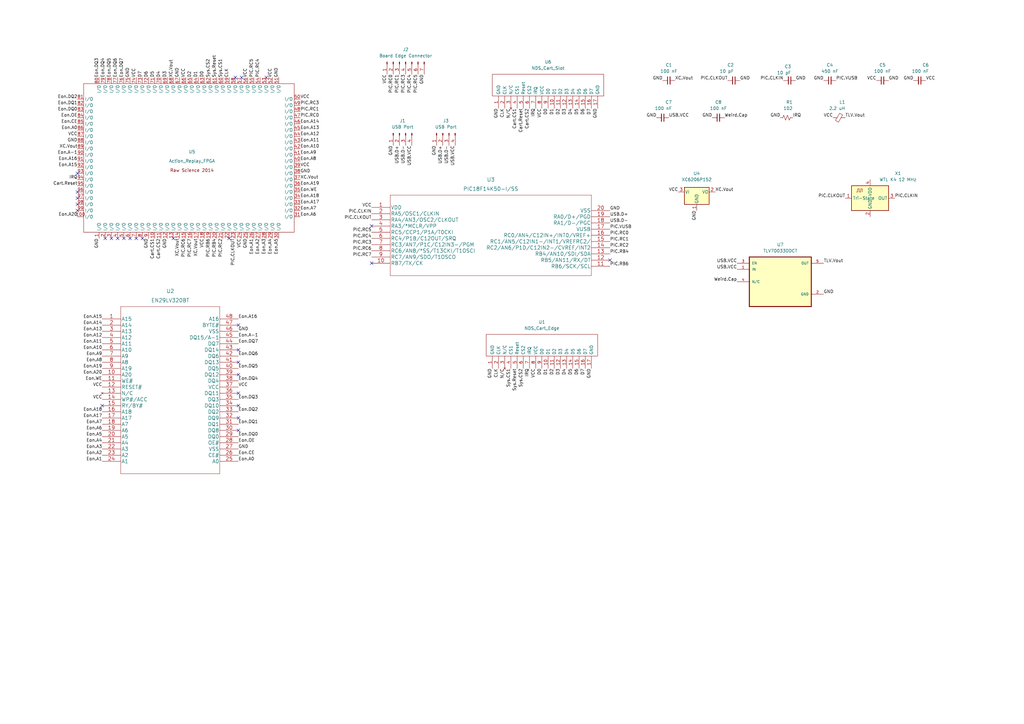
<source format=kicad_sch>
(kicad_sch (version 20211123) (generator eeschema)

  (uuid e63e39d7-6ac0-4ffd-8aa3-1841a4541b55)

  (paper "A3")

  (lib_symbols
    (symbol "C_Small_1" (pin_numbers hide) (pin_names (offset 0.254) hide) (in_bom yes) (on_board yes)
      (property "Reference" "C2" (id 0) (at 7.62 3.81 0)
        (effects (font (size 1.27 1.27)) (justify right))
      )
      (property "Value" "10 pF" (id 1) (at 2.54 -1.2635 0)
        (effects (font (size 1.27 1.27)) (justify right))
      )
      (property "Footprint" "" (id 2) (at 0 0 0)
        (effects (font (size 1.27 1.27)) hide)
      )
      (property "Datasheet" "~" (id 3) (at 0 0 0)
        (effects (font (size 1.27 1.27)) hide)
      )
      (property "ki_keywords" "capacitor cap" (id 4) (at 0 0 0)
        (effects (font (size 1.27 1.27)) hide)
      )
      (property "ki_description" "Unpolarized capacitor, small symbol" (id 5) (at 0 0 0)
        (effects (font (size 1.27 1.27)) hide)
      )
      (property "ki_fp_filters" "C_*" (id 6) (at 0 0 0)
        (effects (font (size 1.27 1.27)) hide)
      )
      (symbol "C_Small_1_0_1"
        (polyline
          (pts
            (xy -1.524 -0.508)
            (xy 1.524 -0.508)
          )
          (stroke (width 0.3302) (type default) (color 0 0 0 0))
          (fill (type none))
        )
        (polyline
          (pts
            (xy -1.524 0.508)
            (xy 1.524 0.508)
          )
          (stroke (width 0.3048) (type default) (color 0 0 0 0))
          (fill (type none))
        )
      )
      (symbol "C_Small_1_1_1"
        (pin passive line (at 0 -2.54 90) (length 2.032)
          (name "~" (effects (font (size 1.27 1.27))))
          (number "1" (effects (font (size 1.27 1.27))))
        )
        (pin passive line (at 0 2.54 270) (length 2.032)
          (name "~" (effects (font (size 1.27 1.27))))
          (number "2" (effects (font (size 1.27 1.27))))
        )
      )
    )
    (symbol "C_Small_2" (pin_numbers hide) (pin_names (offset 0.254) hide) (in_bom yes) (on_board yes)
      (property "Reference" "C3" (id 0) (at 2.54 1.2765 0)
        (effects (font (size 1.27 1.27)) (justify right))
      )
      (property "Value" "10 pF" (id 1) (at 2.54 -1.2635 0)
        (effects (font (size 1.27 1.27)) (justify right))
      )
      (property "Footprint" "" (id 2) (at 0 0 0)
        (effects (font (size 1.27 1.27)) hide)
      )
      (property "Datasheet" "~" (id 3) (at 0 0 0)
        (effects (font (size 1.27 1.27)) hide)
      )
      (property "ki_keywords" "capacitor cap" (id 4) (at 0 0 0)
        (effects (font (size 1.27 1.27)) hide)
      )
      (property "ki_description" "Unpolarized capacitor, small symbol" (id 5) (at 0 0 0)
        (effects (font (size 1.27 1.27)) hide)
      )
      (property "ki_fp_filters" "C_*" (id 6) (at 0 0 0)
        (effects (font (size 1.27 1.27)) hide)
      )
      (symbol "C_Small_2_0_1"
        (polyline
          (pts
            (xy -1.524 -0.508)
            (xy 1.524 -0.508)
          )
          (stroke (width 0.3302) (type default) (color 0 0 0 0))
          (fill (type none))
        )
        (polyline
          (pts
            (xy -1.524 0.508)
            (xy 1.524 0.508)
          )
          (stroke (width 0.3048) (type default) (color 0 0 0 0))
          (fill (type none))
        )
      )
      (symbol "C_Small_2_1_1"
        (pin passive line (at 0 -2.54 90) (length 2.032)
          (name "~" (effects (font (size 1.27 1.27))))
          (number "1" (effects (font (size 1.27 1.27))))
        )
        (pin passive line (at 0 2.54 270) (length 2.032)
          (name "~" (effects (font (size 1.27 1.27))))
          (number "2" (effects (font (size 1.27 1.27))))
        )
      )
    )
    (symbol "Connector:Conn_01x04_Male" (pin_names (offset 1.016) hide) (in_bom yes) (on_board yes)
      (property "Reference" "J" (id 0) (at 0 5.08 0)
        (effects (font (size 1.27 1.27)))
      )
      (property "Value" "Conn_01x04_Male" (id 1) (at 0 -7.62 0)
        (effects (font (size 1.27 1.27)))
      )
      (property "Footprint" "" (id 2) (at 0 0 0)
        (effects (font (size 1.27 1.27)) hide)
      )
      (property "Datasheet" "~" (id 3) (at 0 0 0)
        (effects (font (size 1.27 1.27)) hide)
      )
      (property "ki_keywords" "connector" (id 4) (at 0 0 0)
        (effects (font (size 1.27 1.27)) hide)
      )
      (property "ki_description" "Generic connector, single row, 01x04, script generated (kicad-library-utils/schlib/autogen/connector/)" (id 5) (at 0 0 0)
        (effects (font (size 1.27 1.27)) hide)
      )
      (property "ki_fp_filters" "Connector*:*_1x??_*" (id 6) (at 0 0 0)
        (effects (font (size 1.27 1.27)) hide)
      )
      (symbol "Conn_01x04_Male_1_1"
        (polyline
          (pts
            (xy 1.27 -5.08)
            (xy 0.8636 -5.08)
          )
          (stroke (width 0.1524) (type default) (color 0 0 0 0))
          (fill (type none))
        )
        (polyline
          (pts
            (xy 1.27 -2.54)
            (xy 0.8636 -2.54)
          )
          (stroke (width 0.1524) (type default) (color 0 0 0 0))
          (fill (type none))
        )
        (polyline
          (pts
            (xy 1.27 0)
            (xy 0.8636 0)
          )
          (stroke (width 0.1524) (type default) (color 0 0 0 0))
          (fill (type none))
        )
        (polyline
          (pts
            (xy 1.27 2.54)
            (xy 0.8636 2.54)
          )
          (stroke (width 0.1524) (type default) (color 0 0 0 0))
          (fill (type none))
        )
        (rectangle (start 0.8636 -4.953) (end 0 -5.207)
          (stroke (width 0.1524) (type default) (color 0 0 0 0))
          (fill (type outline))
        )
        (rectangle (start 0.8636 -2.413) (end 0 -2.667)
          (stroke (width 0.1524) (type default) (color 0 0 0 0))
          (fill (type outline))
        )
        (rectangle (start 0.8636 0.127) (end 0 -0.127)
          (stroke (width 0.1524) (type default) (color 0 0 0 0))
          (fill (type outline))
        )
        (rectangle (start 0.8636 2.667) (end 0 2.413)
          (stroke (width 0.1524) (type default) (color 0 0 0 0))
          (fill (type outline))
        )
        (pin passive line (at 5.08 2.54 180) (length 3.81)
          (name "Pin_1" (effects (font (size 1.27 1.27))))
          (number "1" (effects (font (size 1.27 1.27))))
        )
        (pin passive line (at 5.08 0 180) (length 3.81)
          (name "Pin_2" (effects (font (size 1.27 1.27))))
          (number "2" (effects (font (size 1.27 1.27))))
        )
        (pin passive line (at 5.08 -2.54 180) (length 3.81)
          (name "Pin_3" (effects (font (size 1.27 1.27))))
          (number "3" (effects (font (size 1.27 1.27))))
        )
        (pin passive line (at 5.08 -5.08 180) (length 3.81)
          (name "Pin_4" (effects (font (size 1.27 1.27))))
          (number "4" (effects (font (size 1.27 1.27))))
        )
      )
    )
    (symbol "Connector:Conn_01x07_Male" (pin_names (offset 1.016) hide) (in_bom yes) (on_board yes)
      (property "Reference" "J" (id 0) (at 0 10.16 0)
        (effects (font (size 1.27 1.27)))
      )
      (property "Value" "Conn_01x07_Male" (id 1) (at 0 -10.16 0)
        (effects (font (size 1.27 1.27)))
      )
      (property "Footprint" "" (id 2) (at 0 0 0)
        (effects (font (size 1.27 1.27)) hide)
      )
      (property "Datasheet" "~" (id 3) (at 0 0 0)
        (effects (font (size 1.27 1.27)) hide)
      )
      (property "ki_keywords" "connector" (id 4) (at 0 0 0)
        (effects (font (size 1.27 1.27)) hide)
      )
      (property "ki_description" "Generic connector, single row, 01x07, script generated (kicad-library-utils/schlib/autogen/connector/)" (id 5) (at 0 0 0)
        (effects (font (size 1.27 1.27)) hide)
      )
      (property "ki_fp_filters" "Connector*:*_1x??_*" (id 6) (at 0 0 0)
        (effects (font (size 1.27 1.27)) hide)
      )
      (symbol "Conn_01x07_Male_1_1"
        (polyline
          (pts
            (xy 1.27 -7.62)
            (xy 0.8636 -7.62)
          )
          (stroke (width 0.1524) (type default) (color 0 0 0 0))
          (fill (type none))
        )
        (polyline
          (pts
            (xy 1.27 -5.08)
            (xy 0.8636 -5.08)
          )
          (stroke (width 0.1524) (type default) (color 0 0 0 0))
          (fill (type none))
        )
        (polyline
          (pts
            (xy 1.27 -2.54)
            (xy 0.8636 -2.54)
          )
          (stroke (width 0.1524) (type default) (color 0 0 0 0))
          (fill (type none))
        )
        (polyline
          (pts
            (xy 1.27 0)
            (xy 0.8636 0)
          )
          (stroke (width 0.1524) (type default) (color 0 0 0 0))
          (fill (type none))
        )
        (polyline
          (pts
            (xy 1.27 2.54)
            (xy 0.8636 2.54)
          )
          (stroke (width 0.1524) (type default) (color 0 0 0 0))
          (fill (type none))
        )
        (polyline
          (pts
            (xy 1.27 5.08)
            (xy 0.8636 5.08)
          )
          (stroke (width 0.1524) (type default) (color 0 0 0 0))
          (fill (type none))
        )
        (polyline
          (pts
            (xy 1.27 7.62)
            (xy 0.8636 7.62)
          )
          (stroke (width 0.1524) (type default) (color 0 0 0 0))
          (fill (type none))
        )
        (rectangle (start 0.8636 -7.493) (end 0 -7.747)
          (stroke (width 0.1524) (type default) (color 0 0 0 0))
          (fill (type outline))
        )
        (rectangle (start 0.8636 -4.953) (end 0 -5.207)
          (stroke (width 0.1524) (type default) (color 0 0 0 0))
          (fill (type outline))
        )
        (rectangle (start 0.8636 -2.413) (end 0 -2.667)
          (stroke (width 0.1524) (type default) (color 0 0 0 0))
          (fill (type outline))
        )
        (rectangle (start 0.8636 0.127) (end 0 -0.127)
          (stroke (width 0.1524) (type default) (color 0 0 0 0))
          (fill (type outline))
        )
        (rectangle (start 0.8636 2.667) (end 0 2.413)
          (stroke (width 0.1524) (type default) (color 0 0 0 0))
          (fill (type outline))
        )
        (rectangle (start 0.8636 5.207) (end 0 4.953)
          (stroke (width 0.1524) (type default) (color 0 0 0 0))
          (fill (type outline))
        )
        (rectangle (start 0.8636 7.747) (end 0 7.493)
          (stroke (width 0.1524) (type default) (color 0 0 0 0))
          (fill (type outline))
        )
        (pin passive line (at 5.08 7.62 180) (length 3.81)
          (name "Pin_1" (effects (font (size 1.27 1.27))))
          (number "1" (effects (font (size 1.27 1.27))))
        )
        (pin passive line (at 5.08 5.08 180) (length 3.81)
          (name "Pin_2" (effects (font (size 1.27 1.27))))
          (number "2" (effects (font (size 1.27 1.27))))
        )
        (pin passive line (at 5.08 2.54 180) (length 3.81)
          (name "Pin_3" (effects (font (size 1.27 1.27))))
          (number "3" (effects (font (size 1.27 1.27))))
        )
        (pin passive line (at 5.08 0 180) (length 3.81)
          (name "Pin_4" (effects (font (size 1.27 1.27))))
          (number "4" (effects (font (size 1.27 1.27))))
        )
        (pin passive line (at 5.08 -2.54 180) (length 3.81)
          (name "Pin_5" (effects (font (size 1.27 1.27))))
          (number "5" (effects (font (size 1.27 1.27))))
        )
        (pin passive line (at 5.08 -5.08 180) (length 3.81)
          (name "Pin_6" (effects (font (size 1.27 1.27))))
          (number "6" (effects (font (size 1.27 1.27))))
        )
        (pin passive line (at 5.08 -7.62 180) (length 3.81)
          (name "Pin_7" (effects (font (size 1.27 1.27))))
          (number "7" (effects (font (size 1.27 1.27))))
        )
      )
    )
    (symbol "DSi Action Replay:Action_Replay_FPGA" (in_bom yes) (on_board yes)
      (property "Reference" "U" (id 0) (at 0 0 0)
        (effects (font (size 1.27 1.27)))
      )
      (property "Value" "Action_Replay_FPGA" (id 1) (at 0 -2.54 0)
        (effects (font (size 1.27 1.27)))
      )
      (property "Footprint" "" (id 2) (at 0 0 0)
        (effects (font (size 1.27 1.27)) hide)
      )
      (property "Datasheet" "" (id 3) (at 0 0 0)
        (effects (font (size 1.27 1.27)) hide)
      )
      (symbol "Action_Replay_FPGA_0_0"
        (text "Raw Science 2014" (at 0 -5.08 0)
          (effects (font (size 1.27 1.27)))
        )
      )
      (symbol "Action_Replay_FPGA_0_1"
        (rectangle (start -44.45 30.48) (end 41.91 -30.48)
          (stroke (width 0) (type default) (color 0 0 0 0))
          (fill (type none))
        )
      )
      (symbol "Action_Replay_FPGA_1_1"
        (pin input line (at -38.1 -33.02 90) (length 2.54)
          (name "I/O" (effects (font (size 1.27 1.27))))
          (number "1" (effects (font (size 1.27 1.27))))
        )
        (pin input line (at -15.24 -33.02 90) (length 2.54)
          (name "I/O" (effects (font (size 1.27 1.27))))
          (number "10" (effects (font (size 1.27 1.27))))
        )
        (pin input line (at -46.99 -24.13 0) (length 2.54)
          (name "I/O" (effects (font (size 1.27 1.27))))
          (number "100" (effects (font (size 1.27 1.27))))
        )
        (pin input line (at -12.7 -33.02 90) (length 2.54)
          (name "I/O" (effects (font (size 1.27 1.27))))
          (number "11" (effects (font (size 1.27 1.27))))
        )
        (pin input line (at -10.16 -33.02 90) (length 2.54)
          (name "I/O" (effects (font (size 1.27 1.27))))
          (number "12" (effects (font (size 1.27 1.27))))
        )
        (pin input line (at -7.62 -33.02 90) (length 2.54)
          (name "I/O" (effects (font (size 1.27 1.27))))
          (number "13" (effects (font (size 1.27 1.27))))
        )
        (pin input line (at -5.08 -33.02 90) (length 2.54)
          (name "I/O" (effects (font (size 1.27 1.27))))
          (number "14" (effects (font (size 1.27 1.27))))
        )
        (pin input line (at -2.54 -33.02 90) (length 2.54)
          (name "I/O" (effects (font (size 1.27 1.27))))
          (number "15" (effects (font (size 1.27 1.27))))
        )
        (pin input line (at 0 -33.02 90) (length 2.54)
          (name "I/O" (effects (font (size 1.27 1.27))))
          (number "16" (effects (font (size 1.27 1.27))))
        )
        (pin input line (at 2.54 -33.02 90) (length 2.54)
          (name "I/O" (effects (font (size 1.27 1.27))))
          (number "17" (effects (font (size 1.27 1.27))))
        )
        (pin input line (at 5.08 -33.02 90) (length 2.54)
          (name "I/O" (effects (font (size 1.27 1.27))))
          (number "18" (effects (font (size 1.27 1.27))))
        )
        (pin input line (at 7.62 -33.02 90) (length 2.54)
          (name "I/O" (effects (font (size 1.27 1.27))))
          (number "19" (effects (font (size 1.27 1.27))))
        )
        (pin input line (at -35.56 -33.02 90) (length 2.54)
          (name "I/O" (effects (font (size 1.27 1.27))))
          (number "2" (effects (font (size 1.27 1.27))))
        )
        (pin input line (at 10.16 -33.02 90) (length 2.54)
          (name "I/O" (effects (font (size 1.27 1.27))))
          (number "20" (effects (font (size 1.27 1.27))))
        )
        (pin input line (at 12.7 -33.02 90) (length 2.54)
          (name "I/O" (effects (font (size 1.27 1.27))))
          (number "21" (effects (font (size 1.27 1.27))))
        )
        (pin input line (at 15.24 -33.02 90) (length 2.54)
          (name "I/O" (effects (font (size 1.27 1.27))))
          (number "22" (effects (font (size 1.27 1.27))))
        )
        (pin input line (at 17.78 -33.02 90) (length 2.54)
          (name "I/O" (effects (font (size 1.27 1.27))))
          (number "23" (effects (font (size 1.27 1.27))))
        )
        (pin input line (at 20.32 -33.02 90) (length 2.54)
          (name "I/O" (effects (font (size 1.27 1.27))))
          (number "24" (effects (font (size 1.27 1.27))))
        )
        (pin input line (at 22.86 -33.02 90) (length 2.54)
          (name "I/O" (effects (font (size 1.27 1.27))))
          (number "25" (effects (font (size 1.27 1.27))))
        )
        (pin input line (at 25.4 -33.02 90) (length 2.54)
          (name "I/O" (effects (font (size 1.27 1.27))))
          (number "26" (effects (font (size 1.27 1.27))))
        )
        (pin input line (at 27.94 -33.02 90) (length 2.54)
          (name "I/O" (effects (font (size 1.27 1.27))))
          (number "27" (effects (font (size 1.27 1.27))))
        )
        (pin input line (at 30.48 -33.02 90) (length 2.54)
          (name "I/O" (effects (font (size 1.27 1.27))))
          (number "28" (effects (font (size 1.27 1.27))))
        )
        (pin input line (at 33.02 -33.02 90) (length 2.54)
          (name "I/O" (effects (font (size 1.27 1.27))))
          (number "29" (effects (font (size 1.27 1.27))))
        )
        (pin input line (at -33.02 -33.02 90) (length 2.54)
          (name "I/O" (effects (font (size 1.27 1.27))))
          (number "3" (effects (font (size 1.27 1.27))))
        )
        (pin input line (at 35.56 -33.02 90) (length 2.54)
          (name "I/O" (effects (font (size 1.27 1.27))))
          (number "30" (effects (font (size 1.27 1.27))))
        )
        (pin input line (at 44.45 -24.13 180) (length 2.54)
          (name "I/O" (effects (font (size 1.27 1.27))))
          (number "31" (effects (font (size 1.27 1.27))))
        )
        (pin input line (at 44.45 -21.59 180) (length 2.54)
          (name "I/O" (effects (font (size 1.27 1.27))))
          (number "32" (effects (font (size 1.27 1.27))))
        )
        (pin input line (at 44.45 -19.05 180) (length 2.54)
          (name "I/O" (effects (font (size 1.27 1.27))))
          (number "33" (effects (font (size 1.27 1.27))))
        )
        (pin input line (at 44.45 -16.51 180) (length 2.54)
          (name "I/O" (effects (font (size 1.27 1.27))))
          (number "34" (effects (font (size 1.27 1.27))))
        )
        (pin input line (at 44.45 -13.97 180) (length 2.54)
          (name "I/O" (effects (font (size 1.27 1.27))))
          (number "35" (effects (font (size 1.27 1.27))))
        )
        (pin input line (at 44.45 -11.43 180) (length 2.54)
          (name "I/O" (effects (font (size 1.27 1.27))))
          (number "36" (effects (font (size 1.27 1.27))))
        )
        (pin input line (at 44.45 -8.89 180) (length 2.54)
          (name "I/O" (effects (font (size 1.27 1.27))))
          (number "37" (effects (font (size 1.27 1.27))))
        )
        (pin input line (at 44.45 -6.35 180) (length 2.54)
          (name "I/O" (effects (font (size 1.27 1.27))))
          (number "38" (effects (font (size 1.27 1.27))))
        )
        (pin input line (at 44.45 -3.81 180) (length 2.54)
          (name "I/O" (effects (font (size 1.27 1.27))))
          (number "39" (effects (font (size 1.27 1.27))))
        )
        (pin input line (at -30.48 -33.02 90) (length 2.54)
          (name "I/O" (effects (font (size 1.27 1.27))))
          (number "4" (effects (font (size 1.27 1.27))))
        )
        (pin input line (at 44.45 -1.27 180) (length 2.54)
          (name "I/O" (effects (font (size 1.27 1.27))))
          (number "40" (effects (font (size 1.27 1.27))))
        )
        (pin input line (at 44.45 1.27 180) (length 2.54)
          (name "I/O" (effects (font (size 1.27 1.27))))
          (number "41" (effects (font (size 1.27 1.27))))
        )
        (pin input line (at 44.45 3.81 180) (length 2.54)
          (name "I/O" (effects (font (size 1.27 1.27))))
          (number "42" (effects (font (size 1.27 1.27))))
        )
        (pin input line (at 44.45 6.35 180) (length 2.54)
          (name "I/O" (effects (font (size 1.27 1.27))))
          (number "43" (effects (font (size 1.27 1.27))))
        )
        (pin input line (at 44.45 8.89 180) (length 2.54)
          (name "I/O" (effects (font (size 1.27 1.27))))
          (number "44" (effects (font (size 1.27 1.27))))
        )
        (pin input line (at 44.45 11.43 180) (length 2.54)
          (name "I/O" (effects (font (size 1.27 1.27))))
          (number "45" (effects (font (size 1.27 1.27))))
        )
        (pin input line (at 44.45 13.97 180) (length 2.54)
          (name "I/O" (effects (font (size 1.27 1.27))))
          (number "46" (effects (font (size 1.27 1.27))))
        )
        (pin input line (at 44.45 16.51 180) (length 2.54)
          (name "I/O" (effects (font (size 1.27 1.27))))
          (number "47" (effects (font (size 1.27 1.27))))
        )
        (pin input line (at 44.45 19.05 180) (length 2.54)
          (name "I/O" (effects (font (size 1.27 1.27))))
          (number "48" (effects (font (size 1.27 1.27))))
        )
        (pin input line (at 44.45 21.59 180) (length 2.54)
          (name "I/O" (effects (font (size 1.27 1.27))))
          (number "49" (effects (font (size 1.27 1.27))))
        )
        (pin input line (at -27.94 -33.02 90) (length 2.54)
          (name "I/O" (effects (font (size 1.27 1.27))))
          (number "5" (effects (font (size 1.27 1.27))))
        )
        (pin input line (at 44.45 24.13 180) (length 2.54)
          (name "I/O" (effects (font (size 1.27 1.27))))
          (number "50" (effects (font (size 1.27 1.27))))
        )
        (pin input line (at 35.56 33.02 270) (length 2.54)
          (name "I/O" (effects (font (size 1.27 1.27))))
          (number "51" (effects (font (size 1.27 1.27))))
        )
        (pin input line (at 33.02 33.02 270) (length 2.54)
          (name "I/O" (effects (font (size 1.27 1.27))))
          (number "52" (effects (font (size 1.27 1.27))))
        )
        (pin input line (at 30.48 33.02 270) (length 2.54)
          (name "I/O" (effects (font (size 1.27 1.27))))
          (number "53" (effects (font (size 1.27 1.27))))
        )
        (pin input line (at 27.94 33.02 270) (length 2.54)
          (name "I/O" (effects (font (size 1.27 1.27))))
          (number "54" (effects (font (size 1.27 1.27))))
        )
        (pin input line (at 25.4 33.02 270) (length 2.54)
          (name "I/O" (effects (font (size 1.27 1.27))))
          (number "55" (effects (font (size 1.27 1.27))))
        )
        (pin input line (at 22.86 33.02 270) (length 2.54)
          (name "I/O" (effects (font (size 1.27 1.27))))
          (number "56" (effects (font (size 1.27 1.27))))
        )
        (pin input line (at 20.32 33.02 270) (length 2.54)
          (name "I/O" (effects (font (size 1.27 1.27))))
          (number "57" (effects (font (size 1.27 1.27))))
        )
        (pin input line (at 17.78 33.02 270) (length 2.54)
          (name "I/O" (effects (font (size 1.27 1.27))))
          (number "58" (effects (font (size 1.27 1.27))))
        )
        (pin input line (at 15.24 33.02 270) (length 2.54)
          (name "I/O" (effects (font (size 1.27 1.27))))
          (number "59" (effects (font (size 1.27 1.27))))
        )
        (pin input line (at -25.4 -33.02 90) (length 2.54)
          (name "I/O" (effects (font (size 1.27 1.27))))
          (number "6" (effects (font (size 1.27 1.27))))
        )
        (pin input line (at 12.7 33.02 270) (length 2.54)
          (name "I/O" (effects (font (size 1.27 1.27))))
          (number "60" (effects (font (size 1.27 1.27))))
        )
        (pin input line (at 10.16 33.02 270) (length 2.54)
          (name "I/O" (effects (font (size 1.27 1.27))))
          (number "61" (effects (font (size 1.27 1.27))))
        )
        (pin input line (at 7.62 33.02 270) (length 2.54)
          (name "I/O" (effects (font (size 1.27 1.27))))
          (number "62" (effects (font (size 1.27 1.27))))
        )
        (pin input line (at 5.08 33.02 270) (length 2.54)
          (name "I/O" (effects (font (size 1.27 1.27))))
          (number "63" (effects (font (size 1.27 1.27))))
        )
        (pin input line (at 2.54 33.02 270) (length 2.54)
          (name "I/O" (effects (font (size 1.27 1.27))))
          (number "64" (effects (font (size 1.27 1.27))))
        )
        (pin input line (at 0 33.02 270) (length 2.54)
          (name "I/O" (effects (font (size 1.27 1.27))))
          (number "65" (effects (font (size 1.27 1.27))))
        )
        (pin input line (at -2.54 33.02 270) (length 2.54)
          (name "I/O" (effects (font (size 1.27 1.27))))
          (number "66" (effects (font (size 1.27 1.27))))
        )
        (pin input line (at -5.08 33.02 270) (length 2.54)
          (name "I/O" (effects (font (size 1.27 1.27))))
          (number "67" (effects (font (size 1.27 1.27))))
        )
        (pin input line (at -7.62 33.02 270) (length 2.54)
          (name "I/O" (effects (font (size 1.27 1.27))))
          (number "68" (effects (font (size 1.27 1.27))))
        )
        (pin input line (at -10.16 33.02 270) (length 2.54)
          (name "I/O" (effects (font (size 1.27 1.27))))
          (number "69" (effects (font (size 1.27 1.27))))
        )
        (pin input line (at -22.86 -33.02 90) (length 2.54)
          (name "I/O" (effects (font (size 1.27 1.27))))
          (number "7" (effects (font (size 1.27 1.27))))
        )
        (pin input line (at -12.7 33.02 270) (length 2.54)
          (name "I/O" (effects (font (size 1.27 1.27))))
          (number "70" (effects (font (size 1.27 1.27))))
        )
        (pin input line (at -15.24 33.02 270) (length 2.54)
          (name "I/O" (effects (font (size 1.27 1.27))))
          (number "71" (effects (font (size 1.27 1.27))))
        )
        (pin input line (at -17.78 33.02 270) (length 2.54)
          (name "I/O" (effects (font (size 1.27 1.27))))
          (number "72" (effects (font (size 1.27 1.27))))
        )
        (pin input line (at -20.32 33.02 270) (length 2.54)
          (name "I/O" (effects (font (size 1.27 1.27))))
          (number "73" (effects (font (size 1.27 1.27))))
        )
        (pin input line (at -22.86 33.02 270) (length 2.54)
          (name "I/O" (effects (font (size 1.27 1.27))))
          (number "74" (effects (font (size 1.27 1.27))))
        )
        (pin input line (at -25.4 33.02 270) (length 2.54)
          (name "I/O" (effects (font (size 1.27 1.27))))
          (number "75" (effects (font (size 1.27 1.27))))
        )
        (pin input line (at -27.94 33.02 270) (length 2.54)
          (name "I/O" (effects (font (size 1.27 1.27))))
          (number "76" (effects (font (size 1.27 1.27))))
        )
        (pin input line (at -30.48 33.02 270) (length 2.54)
          (name "I/O" (effects (font (size 1.27 1.27))))
          (number "77" (effects (font (size 1.27 1.27))))
        )
        (pin input line (at -33.02 33.02 270) (length 2.54)
          (name "I/O" (effects (font (size 1.27 1.27))))
          (number "78" (effects (font (size 1.27 1.27))))
        )
        (pin input line (at -35.56 33.02 270) (length 2.54)
          (name "I/O" (effects (font (size 1.27 1.27))))
          (number "79" (effects (font (size 1.27 1.27))))
        )
        (pin input line (at -20.32 -33.02 90) (length 2.54)
          (name "I/O" (effects (font (size 1.27 1.27))))
          (number "8" (effects (font (size 1.27 1.27))))
        )
        (pin input line (at -38.1 33.02 270) (length 2.54)
          (name "I/O" (effects (font (size 1.27 1.27))))
          (number "80" (effects (font (size 1.27 1.27))))
        )
        (pin input line (at -46.99 24.13 0) (length 2.54)
          (name "I/O" (effects (font (size 1.27 1.27))))
          (number "81" (effects (font (size 1.27 1.27))))
        )
        (pin input line (at -46.99 21.59 0) (length 2.54)
          (name "I/O" (effects (font (size 1.27 1.27))))
          (number "82" (effects (font (size 1.27 1.27))))
        )
        (pin input line (at -46.99 19.05 0) (length 2.54)
          (name "I/O" (effects (font (size 1.27 1.27))))
          (number "83" (effects (font (size 1.27 1.27))))
        )
        (pin input line (at -46.99 16.51 0) (length 2.54)
          (name "I/O" (effects (font (size 1.27 1.27))))
          (number "84" (effects (font (size 1.27 1.27))))
        )
        (pin input line (at -46.99 13.97 0) (length 2.54)
          (name "I/O" (effects (font (size 1.27 1.27))))
          (number "85" (effects (font (size 1.27 1.27))))
        )
        (pin input line (at -46.99 11.43 0) (length 2.54)
          (name "I/O" (effects (font (size 1.27 1.27))))
          (number "86" (effects (font (size 1.27 1.27))))
        )
        (pin input line (at -46.99 8.89 0) (length 2.54)
          (name "I/O" (effects (font (size 1.27 1.27))))
          (number "87" (effects (font (size 1.27 1.27))))
        )
        (pin input line (at -46.99 6.35 0) (length 2.54)
          (name "I/O" (effects (font (size 1.27 1.27))))
          (number "88" (effects (font (size 1.27 1.27))))
        )
        (pin input line (at -46.99 3.81 0) (length 2.54)
          (name "I/O" (effects (font (size 1.27 1.27))))
          (number "89" (effects (font (size 1.27 1.27))))
        )
        (pin input line (at -17.78 -33.02 90) (length 2.54)
          (name "I/O" (effects (font (size 1.27 1.27))))
          (number "9" (effects (font (size 1.27 1.27))))
        )
        (pin input line (at -46.99 1.27 0) (length 2.54)
          (name "I/O" (effects (font (size 1.27 1.27))))
          (number "90" (effects (font (size 1.27 1.27))))
        )
        (pin input line (at -46.99 -1.27 0) (length 2.54)
          (name "I/O" (effects (font (size 1.27 1.27))))
          (number "91" (effects (font (size 1.27 1.27))))
        )
        (pin input line (at -46.99 -3.81 0) (length 2.54)
          (name "I/O" (effects (font (size 1.27 1.27))))
          (number "92" (effects (font (size 1.27 1.27))))
        )
        (pin input line (at -46.99 -6.35 0) (length 2.54)
          (name "I/O" (effects (font (size 1.27 1.27))))
          (number "93" (effects (font (size 1.27 1.27))))
        )
        (pin input line (at -46.99 -8.89 0) (length 2.54)
          (name "I/O" (effects (font (size 1.27 1.27))))
          (number "94" (effects (font (size 1.27 1.27))))
        )
        (pin input line (at -46.99 -11.43 0) (length 2.54)
          (name "I/O" (effects (font (size 1.27 1.27))))
          (number "95" (effects (font (size 1.27 1.27))))
        )
        (pin input line (at -46.99 -13.97 0) (length 2.54)
          (name "I/O" (effects (font (size 1.27 1.27))))
          (number "96" (effects (font (size 1.27 1.27))))
        )
        (pin input line (at -46.99 -16.51 0) (length 2.54)
          (name "I/O" (effects (font (size 1.27 1.27))))
          (number "97" (effects (font (size 1.27 1.27))))
        )
        (pin input line (at -46.99 -19.05 0) (length 2.54)
          (name "I/O" (effects (font (size 1.27 1.27))))
          (number "98" (effects (font (size 1.27 1.27))))
        )
        (pin input line (at -46.99 -21.59 0) (length 2.54)
          (name "I/O" (effects (font (size 1.27 1.27))))
          (number "99" (effects (font (size 1.27 1.27))))
        )
      )
    )
    (symbol "DSi Action Replay:PIC18F14K50-I{slash}SS" (pin_names (offset 0.254)) (in_bom yes) (on_board yes)
      (property "Reference" "U?" (id 0) (at 50.165 11.43 0)
        (effects (font (size 1.524 1.524)))
      )
      (property "Value" "PIC18F14K50-I/SS" (id 1) (at 50.165 7.62 0)
        (effects (font (size 1.524 1.524)))
      )
      (property "Footprint" "SSOP20_MC_MCH" (id 2) (at 48.26 2.54 0)
        (effects (font (size 1.524 1.524)) hide)
      )
      (property "Datasheet" "" (id 3) (at 0 0 0)
        (effects (font (size 1.524 1.524)))
      )
      (property "ki_locked" "" (id 4) (at 0 0 0)
        (effects (font (size 1.27 1.27)))
      )
      (property "ki_fp_filters" "SSOP20_MC_MCH SSOP20_MC_MCH-M SSOP20_MC_MCH-L" (id 5) (at 0 0 0)
        (effects (font (size 1.27 1.27)) hide)
      )
      (symbol "PIC18F14K50-I{slash}SS_1_1"
        (polyline
          (pts
            (xy 7.62 -27.94)
            (xy 90.17 -27.94)
          )
          (stroke (width 0.127) (type default) (color 0 0 0 0))
          (fill (type none))
        )
        (polyline
          (pts
            (xy 7.62 5.08)
            (xy 7.62 -27.94)
          )
          (stroke (width 0.127) (type default) (color 0 0 0 0))
          (fill (type none))
        )
        (polyline
          (pts
            (xy 90.17 -27.94)
            (xy 90.17 5.08)
          )
          (stroke (width 0.127) (type default) (color 0 0 0 0))
          (fill (type none))
        )
        (polyline
          (pts
            (xy 90.17 5.08)
            (xy 7.62 5.08)
          )
          (stroke (width 0.127) (type default) (color 0 0 0 0))
          (fill (type none))
        )
        (pin power_in line (at 0 0 0) (length 7.62)
          (name "VDD" (effects (font (size 1.4986 1.4986))))
          (number "1" (effects (font (size 1.4986 1.4986))))
        )
        (pin bidirectional line (at 0 -22.86 0) (length 7.62)
          (name "RB7/TX/CK" (effects (font (size 1.4986 1.4986))))
          (number "10" (effects (font (size 1.4986 1.4986))))
        )
        (pin bidirectional line (at 97.79 -24.13 180) (length 7.62)
          (name "RB6/SCK/SCL" (effects (font (size 1.4986 1.4986))))
          (number "11" (effects (font (size 1.4986 1.4986))))
        )
        (pin bidirectional line (at 97.79 -21.59 180) (length 7.62)
          (name "RB5/AN11/RX/DT" (effects (font (size 1.4986 1.4986))))
          (number "12" (effects (font (size 1.4986 1.4986))))
        )
        (pin bidirectional line (at 97.79 -19.05 180) (length 7.62)
          (name "RB4/AN10/SDI/SDA" (effects (font (size 1.4986 1.4986))))
          (number "13" (effects (font (size 1.4986 1.4986))))
        )
        (pin bidirectional line (at 97.79 -16.51 180) (length 7.62)
          (name "RC2/AN6/P1D/C12IN2-/CVREF/INT2" (effects (font (size 1.4986 1.4986))))
          (number "14" (effects (font (size 1.4986 1.4986))))
        )
        (pin bidirectional line (at 97.79 -13.97 180) (length 7.62)
          (name "RC1/AN5/C12IN1-/INT1/VREFRC2/" (effects (font (size 1.4986 1.4986))))
          (number "15" (effects (font (size 1.4986 1.4986))))
        )
        (pin bidirectional line (at 97.79 -11.43 180) (length 7.62)
          (name "RC0/AN4/C12IN+/INT0/VREF+" (effects (font (size 1.4986 1.4986))))
          (number "16" (effects (font (size 1.4986 1.4986))))
        )
        (pin power_in line (at 97.79 -8.89 180) (length 7.62)
          (name "VUSB" (effects (font (size 1.4986 1.4986))))
          (number "17" (effects (font (size 1.4986 1.4986))))
        )
        (pin bidirectional line (at 97.79 -6.35 180) (length 7.62)
          (name "RA1/D-/PGC" (effects (font (size 1.4986 1.4986))))
          (number "18" (effects (font (size 1.4986 1.4986))))
        )
        (pin bidirectional line (at 97.79 -3.81 180) (length 7.62)
          (name "RA0/D+/PGD" (effects (font (size 1.4986 1.4986))))
          (number "19" (effects (font (size 1.4986 1.4986))))
        )
        (pin bidirectional line (at 0 -2.54 0) (length 7.62)
          (name "RA5/OSC1/CLKIN" (effects (font (size 1.4986 1.4986))))
          (number "2" (effects (font (size 1.4986 1.4986))))
        )
        (pin power_in line (at 97.79 -1.27 180) (length 7.62)
          (name "VSS" (effects (font (size 1.4986 1.4986))))
          (number "20" (effects (font (size 1.4986 1.4986))))
        )
        (pin bidirectional line (at 0 -5.08 0) (length 7.62)
          (name "RA4/AN3/OSC2/CLKOUT" (effects (font (size 1.4986 1.4986))))
          (number "3" (effects (font (size 1.4986 1.4986))))
        )
        (pin bidirectional line (at 0 -7.62 0) (length 7.62)
          (name "RA3/*MCLR/VPP" (effects (font (size 1.4986 1.4986))))
          (number "4" (effects (font (size 1.4986 1.4986))))
        )
        (pin bidirectional line (at 0 -10.16 0) (length 7.62)
          (name "RC5/CCP1/P1A/T0CKI" (effects (font (size 1.4986 1.4986))))
          (number "5" (effects (font (size 1.4986 1.4986))))
        )
        (pin bidirectional line (at 0 -12.7 0) (length 7.62)
          (name "RC4/P1B/C12OUT/SRQ" (effects (font (size 1.4986 1.4986))))
          (number "6" (effects (font (size 1.4986 1.4986))))
        )
        (pin bidirectional line (at 0 -15.24 0) (length 7.62)
          (name "RC3/AN7/P1C/C12IN3-/PGM" (effects (font (size 1.4986 1.4986))))
          (number "7" (effects (font (size 1.4986 1.4986))))
        )
        (pin bidirectional line (at 0 -17.78 0) (length 7.62)
          (name "RC6/AN8/*SS/T13CKI/T1OSCI" (effects (font (size 1.4986 1.4986))))
          (number "8" (effects (font (size 1.4986 1.4986))))
        )
        (pin bidirectional line (at 0 -20.32 0) (length 7.62)
          (name "RC7/AN9/SDO/T1OSCO" (effects (font (size 1.4986 1.4986))))
          (number "9" (effects (font (size 1.4986 1.4986))))
        )
      )
    )
    (symbol "DSi Action Replay:TLV70033DDCT" (pin_names (offset 1.016)) (in_bom yes) (on_board yes)
      (property "Reference" "U" (id 0) (at -12.7 11.1506 0)
        (effects (font (size 1.27 1.27)) (justify left bottom))
      )
      (property "Value" "TLV70033DDCT" (id 1) (at -12.7 -14.1478 0)
        (effects (font (size 1.27 1.27)) (justify left bottom))
      )
      (property "Footprint" "SOT95P280X110-5N" (id 2) (at 0 0 0)
        (effects (font (size 1.27 1.27)) (justify left bottom) hide)
      )
      (property "Datasheet" "" (id 3) (at 0 0 0)
        (effects (font (size 1.27 1.27)) (justify left bottom) hide)
      )
      (property "ki_locked" "" (id 4) (at 0 0 0)
        (effects (font (size 1.27 1.27)))
      )
      (symbol "TLV70033DDCT_0_0"
        (rectangle (start -12.7 -10.16) (end 12.7 10.16)
          (stroke (width 0.4064) (type default) (color 0 0 0 0))
          (fill (type background))
        )
        (pin input line (at -17.78 5.08 0) (length 5.08)
          (name "IN" (effects (font (size 1.016 1.016))))
          (number "1" (effects (font (size 1.016 1.016))))
        )
        (pin power_in line (at 17.78 -5.08 180) (length 5.08)
          (name "GND" (effects (font (size 1.016 1.016))))
          (number "2" (effects (font (size 1.016 1.016))))
        )
        (pin input line (at -17.78 7.62 0) (length 5.08)
          (name "EN" (effects (font (size 1.016 1.016))))
          (number "3" (effects (font (size 1.016 1.016))))
        )
        (pin bidirectional line (at -17.78 0 0) (length 5.08)
          (name "N/C" (effects (font (size 1.016 1.016))))
          (number "4" (effects (font (size 1.016 1.016))))
        )
        (pin output line (at 17.78 7.62 180) (length 5.08)
          (name "OUT" (effects (font (size 1.016 1.016))))
          (number "5" (effects (font (size 1.016 1.016))))
        )
      )
    )
    (symbol "Device:C_Small" (pin_numbers hide) (pin_names (offset 0.254) hide) (in_bom yes) (on_board yes)
      (property "Reference" "C" (id 0) (at 0.254 1.778 0)
        (effects (font (size 1.27 1.27)) (justify left))
      )
      (property "Value" "C_Small" (id 1) (at 0.254 -2.032 0)
        (effects (font (size 1.27 1.27)) (justify left))
      )
      (property "Footprint" "" (id 2) (at 0 0 0)
        (effects (font (size 1.27 1.27)) hide)
      )
      (property "Datasheet" "~" (id 3) (at 0 0 0)
        (effects (font (size 1.27 1.27)) hide)
      )
      (property "ki_keywords" "capacitor cap" (id 4) (at 0 0 0)
        (effects (font (size 1.27 1.27)) hide)
      )
      (property "ki_description" "Unpolarized capacitor, small symbol" (id 5) (at 0 0 0)
        (effects (font (size 1.27 1.27)) hide)
      )
      (property "ki_fp_filters" "C_*" (id 6) (at 0 0 0)
        (effects (font (size 1.27 1.27)) hide)
      )
      (symbol "C_Small_0_1"
        (polyline
          (pts
            (xy -1.524 -0.508)
            (xy 1.524 -0.508)
          )
          (stroke (width 0.3302) (type default) (color 0 0 0 0))
          (fill (type none))
        )
        (polyline
          (pts
            (xy -1.524 0.508)
            (xy 1.524 0.508)
          )
          (stroke (width 0.3048) (type default) (color 0 0 0 0))
          (fill (type none))
        )
      )
      (symbol "C_Small_1_1"
        (pin passive line (at 0 2.54 270) (length 2.032)
          (name "~" (effects (font (size 1.27 1.27))))
          (number "1" (effects (font (size 1.27 1.27))))
        )
        (pin passive line (at 0 -2.54 90) (length 2.032)
          (name "~" (effects (font (size 1.27 1.27))))
          (number "2" (effects (font (size 1.27 1.27))))
        )
      )
    )
    (symbol "Device:FerriteBead_Small" (pin_numbers hide) (pin_names (offset 0)) (in_bom yes) (on_board yes)
      (property "Reference" "FB" (id 0) (at 1.905 1.27 0)
        (effects (font (size 1.27 1.27)) (justify left))
      )
      (property "Value" "FerriteBead_Small" (id 1) (at 1.905 -1.27 0)
        (effects (font (size 1.27 1.27)) (justify left))
      )
      (property "Footprint" "" (id 2) (at -1.778 0 90)
        (effects (font (size 1.27 1.27)) hide)
      )
      (property "Datasheet" "~" (id 3) (at 0 0 0)
        (effects (font (size 1.27 1.27)) hide)
      )
      (property "ki_keywords" "L ferrite bead inductor filter" (id 4) (at 0 0 0)
        (effects (font (size 1.27 1.27)) hide)
      )
      (property "ki_description" "Ferrite bead, small symbol" (id 5) (at 0 0 0)
        (effects (font (size 1.27 1.27)) hide)
      )
      (property "ki_fp_filters" "Inductor_* L_* *Ferrite*" (id 6) (at 0 0 0)
        (effects (font (size 1.27 1.27)) hide)
      )
      (symbol "FerriteBead_Small_0_1"
        (polyline
          (pts
            (xy 0 -1.27)
            (xy 0 -0.7874)
          )
          (stroke (width 0) (type default) (color 0 0 0 0))
          (fill (type none))
        )
        (polyline
          (pts
            (xy 0 0.889)
            (xy 0 1.2954)
          )
          (stroke (width 0) (type default) (color 0 0 0 0))
          (fill (type none))
        )
        (polyline
          (pts
            (xy -1.8288 0.2794)
            (xy -1.1176 1.4986)
            (xy 1.8288 -0.2032)
            (xy 1.1176 -1.4224)
            (xy -1.8288 0.2794)
          )
          (stroke (width 0) (type default) (color 0 0 0 0))
          (fill (type none))
        )
      )
      (symbol "FerriteBead_Small_1_1"
        (pin passive line (at 0 2.54 270) (length 1.27)
          (name "~" (effects (font (size 1.27 1.27))))
          (number "1" (effects (font (size 1.27 1.27))))
        )
        (pin passive line (at 0 -2.54 90) (length 1.27)
          (name "~" (effects (font (size 1.27 1.27))))
          (number "2" (effects (font (size 1.27 1.27))))
        )
      )
    )
    (symbol "Device:R_Small_US" (pin_numbers hide) (pin_names (offset 0.254) hide) (in_bom yes) (on_board yes)
      (property "Reference" "R1" (id 0) (at 2.54 1.2701 0)
        (effects (font (size 1.27 1.27)) (justify left))
      )
      (property "Value" "102" (id 1) (at 2.54 -1.2699 0)
        (effects (font (size 1.27 1.27)) (justify left))
      )
      (property "Footprint" "" (id 2) (at 0 0 0)
        (effects (font (size 1.27 1.27)) hide)
      )
      (property "Datasheet" "~" (id 3) (at 0 0 0)
        (effects (font (size 1.27 1.27)) hide)
      )
      (property "ki_keywords" "r resistor" (id 4) (at 0 0 0)
        (effects (font (size 1.27 1.27)) hide)
      )
      (property "ki_description" "Resistor, small US symbol" (id 5) (at 0 0 0)
        (effects (font (size 1.27 1.27)) hide)
      )
      (property "ki_fp_filters" "R_*" (id 6) (at 0 0 0)
        (effects (font (size 1.27 1.27)) hide)
      )
      (symbol "R_Small_US_1_1"
        (polyline
          (pts
            (xy 0 0)
            (xy 1.016 -0.381)
            (xy 0 -0.762)
            (xy -1.016 -1.143)
            (xy 0 -1.524)
          )
          (stroke (width 0) (type default) (color 0 0 0 0))
          (fill (type none))
        )
        (polyline
          (pts
            (xy 0 1.524)
            (xy 1.016 1.143)
            (xy 0 0.762)
            (xy -1.016 0.381)
            (xy 0 0)
          )
          (stroke (width 0) (type default) (color 0 0 0 0))
          (fill (type none))
        )
        (pin passive line (at 0 -2.54 90) (length 1.016)
          (name "~" (effects (font (size 1.27 1.27))))
          (number "1" (effects (font (size 1.27 1.27))))
        )
        (pin passive line (at 0 2.54 270) (length 1.016)
          (name "~" (effects (font (size 1.27 1.27))))
          (number "2" (effects (font (size 1.27 1.27))))
        )
      )
    )
    (symbol "GBA:NDS_Cart_Slot" (in_bom yes) (on_board yes)
      (property "Reference" "U1" (id 0) (at 0 5.08 0)
        (effects (font (size 1.27 1.27)))
      )
      (property "Value" "NDS_Cart_Edge" (id 1) (at 0 2.54 0)
        (effects (font (size 1.27 1.27)))
      )
      (property "Footprint" "DSi Action Replay:Edge Connector" (id 2) (at 0 3.81 0)
        (effects (font (size 1.27 1.27)) hide)
      )
      (property "Datasheet" "" (id 3) (at 0 3.81 0)
        (effects (font (size 1.27 1.27)) hide)
      )
      (symbol "NDS_Cart_Slot_0_0"
        (pin power_in line (at -20.32 -13.97 90) (length 5.08)
          (name "GND" (effects (font (size 1.27 1.27))))
          (number "1" (effects (font (size 1.27 1.27))))
        )
        (pin bidirectional line (at 2.54 -13.97 90) (length 5.08)
          (name "D1" (effects (font (size 1.27 1.27))))
          (number "10" (effects (font (size 1.27 1.27))))
        )
        (pin bidirectional line (at 5.08 -13.97 90) (length 5.08)
          (name "D2" (effects (font (size 1.27 1.27))))
          (number "11" (effects (font (size 1.27 1.27))))
        )
        (pin bidirectional line (at 7.62 -13.97 90) (length 5.08)
          (name "D3" (effects (font (size 1.27 1.27))))
          (number "12" (effects (font (size 1.27 1.27))))
        )
        (pin bidirectional line (at 10.16 -13.97 90) (length 5.08)
          (name "D4" (effects (font (size 1.27 1.27))))
          (number "13" (effects (font (size 1.27 1.27))))
        )
        (pin bidirectional line (at 12.7 -13.97 90) (length 5.08)
          (name "D5" (effects (font (size 1.27 1.27))))
          (number "14" (effects (font (size 1.27 1.27))))
        )
        (pin bidirectional line (at 15.24 -13.97 90) (length 5.08)
          (name "D6" (effects (font (size 1.27 1.27))))
          (number "15" (effects (font (size 1.27 1.27))))
        )
        (pin bidirectional line (at 17.78 -13.97 90) (length 5.08)
          (name "D7" (effects (font (size 1.27 1.27))))
          (number "16" (effects (font (size 1.27 1.27))))
        )
        (pin power_in line (at 20.32 -13.97 90) (length 5.08)
          (name "GND" (effects (font (size 1.27 1.27))))
          (number "17" (effects (font (size 1.27 1.27))))
        )
        (pin input line (at -17.78 -13.97 90) (length 5.08)
          (name "CLK" (effects (font (size 1.27 1.27))))
          (number "2" (effects (font (size 1.27 1.27))))
        )
        (pin no_connect line (at -15.24 -13.97 90) (length 5.08)
          (name "N/C" (effects (font (size 1.27 1.27))))
          (number "3" (effects (font (size 1.27 1.27))))
        )
        (pin input line (at -12.7 -13.97 90) (length 5.08)
          (name "CS1" (effects (font (size 1.27 1.27))))
          (number "4" (effects (font (size 1.27 1.27))))
        )
        (pin input line (at -10.16 -13.97 90) (length 5.08)
          (name "Reset" (effects (font (size 1.27 1.27))))
          (number "5" (effects (font (size 1.27 1.27))))
        )
        (pin input line (at -7.62 -13.97 90) (length 5.08)
          (name "CS2" (effects (font (size 1.27 1.27))))
          (number "6" (effects (font (size 1.27 1.27))))
        )
        (pin input line (at -5.08 -13.97 90) (length 5.08)
          (name "IRQ" (effects (font (size 1.27 1.27))))
          (number "7" (effects (font (size 1.27 1.27))))
        )
        (pin power_in line (at -2.54 -13.97 90) (length 5.08)
          (name "VCC" (effects (font (size 1.27 1.27))))
          (number "8" (effects (font (size 1.27 1.27))))
        )
        (pin bidirectional line (at 0 -13.97 90) (length 5.08)
          (name "D0" (effects (font (size 1.27 1.27))))
          (number "9" (effects (font (size 1.27 1.27))))
        )
      )
      (symbol "NDS_Cart_Slot_0_1"
        (rectangle (start -22.86 0) (end 22.86 -8.89)
          (stroke (width 0) (type default) (color 0 0 0 0))
          (fill (type none))
        )
      )
    )
    (symbol "GBA:sst39vf800a-70-4c-eke" (pin_names (offset 0.254)) (in_bom yes) (on_board yes)
      (property "Reference" "U?" (id 0) (at 27.94 11.43 0)
        (effects (font (size 1.524 1.524)))
      )
      (property "Value" "EN29LV320BT" (id 1) (at 27.94 7.62 0)
        (effects (font (size 1.524 1.524)))
      )
      (property "Footprint" "TSOP48_EKE_SST_MCH" (id 2) (at 27.94 6.096 0)
        (effects (font (size 1.524 1.524)) hide)
      )
      (property "Datasheet" "" (id 3) (at 0 0 0)
        (effects (font (size 1.524 1.524)))
      )
      (property "ki_locked" "" (id 4) (at 0 0 0)
        (effects (font (size 1.27 1.27)))
      )
      (property "ki_fp_filters" "TSOP48_EKE_SST_MCH TSOP48_EKE_SST_MCH-M TSOP48_EKE_SST_MCH-L" (id 5) (at 0 0 0)
        (effects (font (size 1.27 1.27)) hide)
      )
      (symbol "sst39vf800a-70-4c-eke_1_1"
        (polyline
          (pts
            (xy 7.62 -63.5)
            (xy 48.26 -63.5)
          )
          (stroke (width 0.127) (type default) (color 0 0 0 0))
          (fill (type none))
        )
        (polyline
          (pts
            (xy 7.62 5.08)
            (xy 7.62 -63.5)
          )
          (stroke (width 0.127) (type default) (color 0 0 0 0))
          (fill (type none))
        )
        (polyline
          (pts
            (xy 48.26 -63.5)
            (xy 48.26 5.08)
          )
          (stroke (width 0.127) (type default) (color 0 0 0 0))
          (fill (type none))
        )
        (polyline
          (pts
            (xy 48.26 5.08)
            (xy 7.62 5.08)
          )
          (stroke (width 0.127) (type default) (color 0 0 0 0))
          (fill (type none))
        )
        (pin input line (at 0 0 0) (length 7.62)
          (name "A15" (effects (font (size 1.4986 1.4986))))
          (number "1" (effects (font (size 1.4986 1.4986))))
        )
        (pin input line (at 0 -22.86 0) (length 7.62)
          (name "A20" (effects (font (size 1.4986 1.4986))))
          (number "10" (effects (font (size 1.4986 1.4986))))
        )
        (pin input line (at 0 -25.4 0) (length 7.62)
          (name "WE#" (effects (font (size 1.4986 1.4986))))
          (number "11" (effects (font (size 1.4986 1.4986))))
        )
        (pin input line (at 0 -27.94 0) (length 7.62)
          (name "RESET#" (effects (font (size 1.4986 1.4986))))
          (number "12" (effects (font (size 1.4986 1.4986))))
        )
        (pin no_connect line (at 0 -30.48 0) (length 7.62)
          (name "N/C" (effects (font (size 1.4986 1.4986))))
          (number "13" (effects (font (size 1.4986 1.4986))))
        )
        (pin input line (at 0 -33.02 0) (length 7.62)
          (name "WP#/ACC" (effects (font (size 1.4986 1.4986))))
          (number "14" (effects (font (size 1.4986 1.4986))))
        )
        (pin input line (at 0 -35.56 0) (length 7.62)
          (name "RY/BY#" (effects (font (size 1.4986 1.4986))))
          (number "15" (effects (font (size 1.4986 1.4986))))
        )
        (pin input line (at 0 -38.1 0) (length 7.62)
          (name "A18" (effects (font (size 1.4986 1.4986))))
          (number "16" (effects (font (size 1.4986 1.4986))))
        )
        (pin input line (at 0 -40.64 0) (length 7.62)
          (name "A17" (effects (font (size 1.4986 1.4986))))
          (number "17" (effects (font (size 1.4986 1.4986))))
        )
        (pin input line (at 0 -43.18 0) (length 7.62)
          (name "A7" (effects (font (size 1.4986 1.4986))))
          (number "18" (effects (font (size 1.4986 1.4986))))
        )
        (pin input line (at 0 -45.72 0) (length 7.62)
          (name "A6" (effects (font (size 1.4986 1.4986))))
          (number "19" (effects (font (size 1.4986 1.4986))))
        )
        (pin input line (at 0 -2.54 0) (length 7.62)
          (name "A14" (effects (font (size 1.4986 1.4986))))
          (number "2" (effects (font (size 1.4986 1.4986))))
        )
        (pin input line (at 0 -48.26 0) (length 7.62)
          (name "A5" (effects (font (size 1.4986 1.4986))))
          (number "20" (effects (font (size 1.4986 1.4986))))
        )
        (pin input line (at 0 -50.8 0) (length 7.62)
          (name "A4" (effects (font (size 1.4986 1.4986))))
          (number "21" (effects (font (size 1.4986 1.4986))))
        )
        (pin input line (at 0 -53.34 0) (length 7.62)
          (name "A3" (effects (font (size 1.4986 1.4986))))
          (number "22" (effects (font (size 1.4986 1.4986))))
        )
        (pin input line (at 0 -55.88 0) (length 7.62)
          (name "A2" (effects (font (size 1.4986 1.4986))))
          (number "23" (effects (font (size 1.4986 1.4986))))
        )
        (pin input line (at 0 -58.42 0) (length 7.62)
          (name "A1" (effects (font (size 1.4986 1.4986))))
          (number "24" (effects (font (size 1.4986 1.4986))))
        )
        (pin input line (at 55.88 -58.42 180) (length 7.62)
          (name "A0" (effects (font (size 1.4986 1.4986))))
          (number "25" (effects (font (size 1.4986 1.4986))))
        )
        (pin input line (at 55.88 -55.88 180) (length 7.62)
          (name "CE#" (effects (font (size 1.4986 1.4986))))
          (number "26" (effects (font (size 1.4986 1.4986))))
        )
        (pin power_in line (at 55.88 -53.34 180) (length 7.62)
          (name "VSS" (effects (font (size 1.4986 1.4986))))
          (number "27" (effects (font (size 1.4986 1.4986))))
        )
        (pin input line (at 55.88 -50.8 180) (length 7.62)
          (name "OE#" (effects (font (size 1.4986 1.4986))))
          (number "28" (effects (font (size 1.4986 1.4986))))
        )
        (pin bidirectional line (at 55.88 -48.26 180) (length 7.62)
          (name "DQ0" (effects (font (size 1.4986 1.4986))))
          (number "29" (effects (font (size 1.4986 1.4986))))
        )
        (pin input line (at 0 -5.08 0) (length 7.62)
          (name "A13" (effects (font (size 1.4986 1.4986))))
          (number "3" (effects (font (size 1.4986 1.4986))))
        )
        (pin bidirectional line (at 55.88 -45.72 180) (length 7.62)
          (name "DQ8" (effects (font (size 1.4986 1.4986))))
          (number "30" (effects (font (size 1.4986 1.4986))))
        )
        (pin bidirectional line (at 55.88 -43.18 180) (length 7.62)
          (name "DQ1" (effects (font (size 1.4986 1.4986))))
          (number "31" (effects (font (size 1.4986 1.4986))))
        )
        (pin bidirectional line (at 55.88 -40.64 180) (length 7.62)
          (name "DQ9" (effects (font (size 1.4986 1.4986))))
          (number "32" (effects (font (size 1.4986 1.4986))))
        )
        (pin bidirectional line (at 55.88 -38.1 180) (length 7.62)
          (name "DQ2" (effects (font (size 1.4986 1.4986))))
          (number "33" (effects (font (size 1.4986 1.4986))))
        )
        (pin bidirectional line (at 55.88 -35.56 180) (length 7.62)
          (name "DQ10" (effects (font (size 1.4986 1.4986))))
          (number "34" (effects (font (size 1.4986 1.4986))))
        )
        (pin bidirectional line (at 55.88 -33.02 180) (length 7.62)
          (name "DQ3" (effects (font (size 1.4986 1.4986))))
          (number "35" (effects (font (size 1.4986 1.4986))))
        )
        (pin bidirectional line (at 55.88 -30.48 180) (length 7.62)
          (name "DQ11" (effects (font (size 1.4986 1.4986))))
          (number "36" (effects (font (size 1.4986 1.4986))))
        )
        (pin power_in line (at 55.88 -27.94 180) (length 7.62)
          (name "VCC" (effects (font (size 1.4986 1.4986))))
          (number "37" (effects (font (size 1.4986 1.4986))))
        )
        (pin bidirectional line (at 55.88 -25.4 180) (length 7.62)
          (name "DQ4" (effects (font (size 1.4986 1.4986))))
          (number "38" (effects (font (size 1.4986 1.4986))))
        )
        (pin bidirectional line (at 55.88 -22.86 180) (length 7.62)
          (name "DQ12" (effects (font (size 1.4986 1.4986))))
          (number "39" (effects (font (size 1.4986 1.4986))))
        )
        (pin input line (at 0 -7.62 0) (length 7.62)
          (name "A12" (effects (font (size 1.4986 1.4986))))
          (number "4" (effects (font (size 1.4986 1.4986))))
        )
        (pin bidirectional line (at 55.88 -20.32 180) (length 7.62)
          (name "DQ5" (effects (font (size 1.4986 1.4986))))
          (number "40" (effects (font (size 1.4986 1.4986))))
        )
        (pin bidirectional line (at 55.88 -17.78 180) (length 7.62)
          (name "DQ13" (effects (font (size 1.4986 1.4986))))
          (number "41" (effects (font (size 1.4986 1.4986))))
        )
        (pin bidirectional line (at 55.88 -15.24 180) (length 7.62)
          (name "DQ6" (effects (font (size 1.4986 1.4986))))
          (number "42" (effects (font (size 1.4986 1.4986))))
        )
        (pin bidirectional line (at 55.88 -12.7 180) (length 7.62)
          (name "DQ14" (effects (font (size 1.4986 1.4986))))
          (number "43" (effects (font (size 1.4986 1.4986))))
        )
        (pin bidirectional line (at 55.88 -10.16 180) (length 7.62)
          (name "DQ7" (effects (font (size 1.4986 1.4986))))
          (number "44" (effects (font (size 1.4986 1.4986))))
        )
        (pin bidirectional line (at 55.88 -7.62 180) (length 7.62)
          (name "DQ15/A-1" (effects (font (size 1.4986 1.4986))))
          (number "45" (effects (font (size 1.4986 1.4986))))
        )
        (pin power_in line (at 55.88 -5.08 180) (length 7.62)
          (name "VSS" (effects (font (size 1.4986 1.4986))))
          (number "46" (effects (font (size 1.4986 1.4986))))
        )
        (pin input line (at 55.88 -2.54 180) (length 7.62)
          (name "BYTE#" (effects (font (size 1.4986 1.4986))))
          (number "47" (effects (font (size 1.4986 1.4986))))
        )
        (pin input line (at 55.88 0 180) (length 7.62)
          (name "A16" (effects (font (size 1.4986 1.4986))))
          (number "48" (effects (font (size 1.4986 1.4986))))
        )
        (pin input line (at 0 -10.16 0) (length 7.62)
          (name "A11" (effects (font (size 1.4986 1.4986))))
          (number "5" (effects (font (size 1.4986 1.4986))))
        )
        (pin input line (at 0 -12.7 0) (length 7.62)
          (name "A10" (effects (font (size 1.4986 1.4986))))
          (number "6" (effects (font (size 1.4986 1.4986))))
        )
        (pin input line (at 0 -15.24 0) (length 7.62)
          (name "A9" (effects (font (size 1.4986 1.4986))))
          (number "7" (effects (font (size 1.4986 1.4986))))
        )
        (pin input line (at 0 -17.78 0) (length 7.62)
          (name "A8" (effects (font (size 1.4986 1.4986))))
          (number "8" (effects (font (size 1.4986 1.4986))))
        )
        (pin input line (at 0 -20.32 0) (length 7.62)
          (name "A19" (effects (font (size 1.4986 1.4986))))
          (number "9" (effects (font (size 1.4986 1.4986))))
        )
      )
    )
    (symbol "NDS_Cart_Slot_1" (in_bom yes) (on_board yes)
      (property "Reference" "U6" (id 0) (at 0 5.08 0)
        (effects (font (size 1.27 1.27)))
      )
      (property "Value" "NDS_Cart_Slot_1" (id 1) (at 0 2.54 0)
        (effects (font (size 1.27 1.27)))
      )
      (property "Footprint" "DSi Action Replay:DS Slot" (id 2) (at 0 3.81 0)
        (effects (font (size 1.27 1.27)) hide)
      )
      (property "Datasheet" "" (id 3) (at 0 3.81 0)
        (effects (font (size 1.27 1.27)) hide)
      )
      (symbol "NDS_Cart_Slot_1_0_0"
        (pin power_in line (at -20.32 -13.97 90) (length 5.08)
          (name "GND" (effects (font (size 1.27 1.27))))
          (number "1" (effects (font (size 1.27 1.27))))
        )
        (pin bidirectional line (at 2.54 -13.97 90) (length 5.08)
          (name "D1" (effects (font (size 1.27 1.27))))
          (number "10" (effects (font (size 1.27 1.27))))
        )
        (pin bidirectional line (at 5.08 -13.97 90) (length 5.08)
          (name "D2" (effects (font (size 1.27 1.27))))
          (number "11" (effects (font (size 1.27 1.27))))
        )
        (pin bidirectional line (at 7.62 -13.97 90) (length 5.08)
          (name "D3" (effects (font (size 1.27 1.27))))
          (number "12" (effects (font (size 1.27 1.27))))
        )
        (pin bidirectional line (at 10.16 -13.97 90) (length 5.08)
          (name "D4" (effects (font (size 1.27 1.27))))
          (number "13" (effects (font (size 1.27 1.27))))
        )
        (pin bidirectional line (at 12.7 -13.97 90) (length 5.08)
          (name "D5" (effects (font (size 1.27 1.27))))
          (number "14" (effects (font (size 1.27 1.27))))
        )
        (pin bidirectional line (at 15.24 -13.97 90) (length 5.08)
          (name "D6" (effects (font (size 1.27 1.27))))
          (number "15" (effects (font (size 1.27 1.27))))
        )
        (pin bidirectional line (at 17.78 -13.97 90) (length 5.08)
          (name "D7" (effects (font (size 1.27 1.27))))
          (number "16" (effects (font (size 1.27 1.27))))
        )
        (pin power_in line (at 20.32 -13.97 90) (length 5.08)
          (name "GND" (effects (font (size 1.27 1.27))))
          (number "17" (effects (font (size 1.27 1.27))))
        )
        (pin input line (at -17.78 -13.97 90) (length 5.08)
          (name "CLK" (effects (font (size 1.27 1.27))))
          (number "2" (effects (font (size 1.27 1.27))))
        )
        (pin no_connect line (at -15.24 -13.97 90) (length 5.08)
          (name "N/C" (effects (font (size 1.27 1.27))))
          (number "3" (effects (font (size 1.27 1.27))))
        )
        (pin input line (at -12.7 -13.97 90) (length 5.08)
          (name "CS1" (effects (font (size 1.27 1.27))))
          (number "4" (effects (font (size 1.27 1.27))))
        )
        (pin input line (at -10.16 -13.97 90) (length 5.08)
          (name "Reset" (effects (font (size 1.27 1.27))))
          (number "5" (effects (font (size 1.27 1.27))))
        )
        (pin input line (at -7.62 -13.97 90) (length 5.08)
          (name "CS2" (effects (font (size 1.27 1.27))))
          (number "6" (effects (font (size 1.27 1.27))))
        )
        (pin input line (at -5.08 -13.97 90) (length 5.08)
          (name "IRQ" (effects (font (size 1.27 1.27))))
          (number "7" (effects (font (size 1.27 1.27))))
        )
        (pin power_in line (at -2.54 -13.97 90) (length 5.08)
          (name "VCC" (effects (font (size 1.27 1.27))))
          (number "8" (effects (font (size 1.27 1.27))))
        )
        (pin bidirectional line (at 0 -13.97 90) (length 5.08)
          (name "D0" (effects (font (size 1.27 1.27))))
          (number "9" (effects (font (size 1.27 1.27))))
        )
      )
      (symbol "NDS_Cart_Slot_1_0_1"
        (rectangle (start -22.86 0) (end 22.86 -8.89)
          (stroke (width 0) (type default) (color 0 0 0 0))
          (fill (type none))
        )
      )
    )
    (symbol "Oscillator:ASCO" (in_bom yes) (on_board yes)
      (property "Reference" "X" (id 0) (at -7.62 6.35 0)
        (effects (font (size 1.27 1.27)) (justify left))
      )
      (property "Value" "ASCO" (id 1) (at 1.27 -6.35 0)
        (effects (font (size 1.27 1.27)) (justify left))
      )
      (property "Footprint" "Oscillator:Oscillator_SMD_Abracon_ASCO-4Pin_1.6x1.2mm" (id 2) (at 2.54 -8.89 0)
        (effects (font (size 1.27 1.27)) hide)
      )
      (property "Datasheet" "https://abracon.com/Oscillators/ASCO.pdf" (id 3) (at -5.715 3.175 0)
        (effects (font (size 1.27 1.27)) hide)
      )
      (property "ki_keywords" "Crystal Clock Oscillator" (id 4) (at 0 0 0)
        (effects (font (size 1.27 1.27)) hide)
      )
      (property "ki_description" "Crystal Clock Oscillator, Abracon ASCO" (id 5) (at 0 0 0)
        (effects (font (size 1.27 1.27)) hide)
      )
      (property "ki_fp_filters" "Oscillator*Abracon*ASCO*1.6x1.2mm*" (id 6) (at 0 0 0)
        (effects (font (size 1.27 1.27)) hide)
      )
      (symbol "ASCO_0_1"
        (rectangle (start -7.62 5.08) (end 7.62 -5.08)
          (stroke (width 0.254) (type default) (color 0 0 0 0))
          (fill (type background))
        )
        (polyline
          (pts
            (xy -5.715 2.54)
            (xy -5.08 2.54)
            (xy -5.08 3.81)
            (xy -4.445 3.81)
            (xy -4.445 2.54)
            (xy -3.81 2.54)
            (xy -3.81 3.81)
            (xy -3.175 3.81)
            (xy -3.175 2.54)
          )
          (stroke (width 0) (type default) (color 0 0 0 0))
          (fill (type none))
        )
      )
      (symbol "ASCO_1_1"
        (pin input line (at -10.16 0 0) (length 2.54)
          (name "Tri-State" (effects (font (size 1.27 1.27))))
          (number "1" (effects (font (size 1.27 1.27))))
        )
        (pin power_in line (at 0 -7.62 90) (length 2.54)
          (name "GND" (effects (font (size 1.27 1.27))))
          (number "2" (effects (font (size 1.27 1.27))))
        )
        (pin output line (at 10.16 0 180) (length 2.54)
          (name "OUT" (effects (font (size 1.27 1.27))))
          (number "3" (effects (font (size 1.27 1.27))))
        )
        (pin power_in line (at 0 7.62 270) (length 2.54)
          (name "VDD" (effects (font (size 1.27 1.27))))
          (number "4" (effects (font (size 1.27 1.27))))
        )
      )
    )
    (symbol "Regulator_Linear:LM1084-3.3" (pin_names (offset 0.254)) (in_bom yes) (on_board yes)
      (property "Reference" "U" (id 0) (at -3.81 3.175 0)
        (effects (font (size 1.27 1.27)))
      )
      (property "Value" "LM1084-3.3" (id 1) (at 0 3.175 0)
        (effects (font (size 1.27 1.27)) (justify left))
      )
      (property "Footprint" "" (id 2) (at 0 6.35 0)
        (effects (font (size 1.27 1.27) italic) hide)
      )
      (property "Datasheet" "http://www.ti.com/lit/ds/symlink/lm1084.pdf" (id 3) (at 0 0 0)
        (effects (font (size 1.27 1.27)) hide)
      )
      (property "ki_keywords" "Voltage Regulator Fixed 5A Positive" (id 4) (at 0 0 0)
        (effects (font (size 1.27 1.27)) hide)
      )
      (property "ki_description" "5A 27V Linear Regulator, Fixed Output 3.3V, TO-220/TO-263" (id 5) (at 0 0 0)
        (effects (font (size 1.27 1.27)) hide)
      )
      (property "ki_fp_filters" "TO?220* TO?263*" (id 6) (at 0 0 0)
        (effects (font (size 1.27 1.27)) hide)
      )
      (symbol "LM1084-3.3_0_1"
        (rectangle (start -5.08 1.905) (end 5.08 -5.08)
          (stroke (width 0.254) (type default) (color 0 0 0 0))
          (fill (type background))
        )
      )
      (symbol "LM1084-3.3_1_1"
        (pin power_in line (at 0 -7.62 90) (length 2.54)
          (name "GND" (effects (font (size 1.27 1.27))))
          (number "1" (effects (font (size 1.27 1.27))))
        )
        (pin power_out line (at 7.62 0 180) (length 2.54)
          (name "VO" (effects (font (size 1.27 1.27))))
          (number "2" (effects (font (size 1.27 1.27))))
        )
        (pin power_in line (at -7.62 0 0) (length 2.54)
          (name "VI" (effects (font (size 1.27 1.27))))
          (number "3" (effects (font (size 1.27 1.27))))
        )
      )
    )
  )


  (no_connect (at 31.75 86.36) (uuid 01c2fc22-bfe3-4c74-916d-6bf0b196a178))
  (no_connect (at 99.06 31.75) (uuid 031c3d13-3097-4756-9590-57c002fae590))
  (no_connect (at 97.79 171.45) (uuid 05bcc451-08f2-4cd4-8ae2-ca3f21ab0a7c))
  (no_connect (at 71.12 97.79) (uuid 125c61b1-4aa3-423f-b467-bc0723f28b13))
  (no_connect (at 53.34 97.79) (uuid 1c292f6f-bd75-496c-8bee-af6594bd589a))
  (no_connect (at 43.18 97.79) (uuid 2b9cc883-55b0-4a98-b51f-7b0bc0c2fddb))
  (no_connect (at 97.79 176.53) (uuid 353307cc-0b3f-4400-ac09-05d9cdbb708e))
  (no_connect (at 31.75 83.82) (uuid 3aac8744-76f2-45ac-9595-4502e897cc5a))
  (no_connect (at 97.79 143.51) (uuid 475bfe42-b638-4558-8d85-62ebfd7724ec))
  (no_connect (at 97.79 161.29) (uuid 475dff86-890c-40c3-8f6b-78d55c394417))
  (no_connect (at 93.98 97.79) (uuid 477d4366-8582-4cb1-9405-549c5a59c4a4))
  (no_connect (at 97.79 153.67) (uuid 4f4d33f4-c507-4d7d-9a2e-3dc48d5d4796))
  (no_connect (at 50.8 97.79) (uuid 64c2e38a-951f-4bb4-a176-d5c8347ba19f))
  (no_connect (at 31.75 71.12) (uuid 7084fb25-9954-4fa3-a58b-294ab1e7000e))
  (no_connect (at 97.79 166.37) (uuid 8f144e0b-807a-49e8-ae5e-6a879b55ce97))
  (no_connect (at 48.26 97.79) (uuid a5c9336c-302c-4ff0-bf3b-5117070512f6))
  (no_connect (at 96.52 31.75) (uuid af57cd2c-ff94-4418-88a7-d00c34453a5d))
  (no_connect (at 97.79 133.35) (uuid afcc500c-06da-4059-8776-42e0188b2031))
  (no_connect (at 41.91 166.37) (uuid afcc500c-06da-4059-8776-42e0188b2032))
  (no_connect (at 31.75 81.28) (uuid beeb5444-f091-46c7-8b6d-ba807dde50ea))
  (no_connect (at 109.22 31.75) (uuid ca62dbd0-86ff-45bf-b7eb-a4d9ad2518b2))
  (no_connect (at 97.79 148.59) (uuid cb487b3b-8138-4cce-994b-3b6fa81afd67))
  (no_connect (at 55.88 97.79) (uuid d426337b-ebee-42fc-ba78-b50bd3502e8a))
  (no_connect (at 152.4 107.95) (uuid e1dbfc51-9010-4172-82a1-3060fbdb448e))
  (no_connect (at 152.4 92.71) (uuid e1dbfc51-9010-4172-82a1-3060fbdb448f))
  (no_connect (at 250.19 106.68) (uuid e1dbfc51-9010-4172-82a1-3060fbdb4490))
  (no_connect (at 31.75 78.74) (uuid ef2ef0fd-6961-401a-817d-912d62262357))
  (no_connect (at 58.42 97.79) (uuid f5c972ff-8727-4f9b-9d0e-4b7c8e8c8556))
  (no_connect (at 45.72 97.79) (uuid fc1019e1-0ad5-4c91-855a-8083778d03e1))

  (label "D1" (at 224.79 151.13 270)
    (effects (font (size 1.27 1.27)) (justify right bottom))
    (uuid 03223618-beb7-457c-93dc-ac4fc4b71d06)
  )
  (label "Eon.A11" (at 41.91 140.97 180)
    (effects (font (size 1.27 1.27)) (justify right bottom))
    (uuid 03fafb79-e9b4-46d8-a707-df52bba50ac0)
  )
  (label "VCC" (at 219.71 151.13 270)
    (effects (font (size 1.27 1.27)) (justify right bottom))
    (uuid 041a7112-6262-482d-b0df-5e00e5f390f0)
  )
  (label "VCC" (at 152.4 85.09 180)
    (effects (font (size 1.27 1.27)) (justify right bottom))
    (uuid 05e7de47-bfb2-4d56-83c7-d6919276bcc7)
  )
  (label "Sys.CS1" (at 91.44 31.75 90)
    (effects (font (size 1.27 1.27)) (justify left bottom))
    (uuid 066ab439-3d78-4202-9728-dfcc7bd941b5)
  )
  (label "GND" (at 292.1 48.26 180)
    (effects (font (size 1.27 1.27)) (justify right bottom))
    (uuid 07a80271-5423-43f9-86ab-b8f448b86116)
  )
  (label "USB.VCC" (at 186.69 59.69 270)
    (effects (font (size 1.27 1.27)) (justify right bottom))
    (uuid 0ad2dbcc-680f-4d79-840c-e8ea7bda806d)
  )
  (label "D0" (at 83.82 31.75 90)
    (effects (font (size 1.27 1.27)) (justify left bottom))
    (uuid 0ecc33f4-134f-4cb8-82f3-0bb5e54b925a)
  )
  (label "Eon.A16" (at 97.79 130.81 0)
    (effects (font (size 1.27 1.27)) (justify left bottom))
    (uuid 0fbd1906-63c7-4c8f-9e4c-06138f40fb5d)
  )
  (label "PIC.RC5" (at 171.45 30.48 270)
    (effects (font (size 1.27 1.27)) (justify right bottom))
    (uuid 0fe0eb1b-048d-4209-88c4-86ebe2ab043c)
  )
  (label "PIC.RB4" (at 88.9 97.79 270)
    (effects (font (size 1.27 1.27)) (justify right bottom))
    (uuid 0ff8eeee-510e-4c7e-a88b-00c1589d090e)
  )
  (label "PIC.RC3" (at 152.4 100.33 180)
    (effects (font (size 1.27 1.27)) (justify right bottom))
    (uuid 14308718-740b-421a-bc52-633c2b113904)
  )
  (label "PIC.RC0" (at 123.19 48.26 0)
    (effects (font (size 1.27 1.27)) (justify left bottom))
    (uuid 144040a2-1ef0-4637-a582-cc4650273ef8)
  )
  (label "GND" (at 53.34 31.75 90)
    (effects (font (size 1.27 1.27)) (justify left bottom))
    (uuid 1492833c-dd22-45cf-bc67-8d0bd47a45b3)
  )
  (label "GND" (at 250.19 86.36 0)
    (effects (font (size 1.27 1.27)) (justify left bottom))
    (uuid 14a2392e-cf80-41a6-838e-9cd6d040c4b5)
  )
  (label "PIC.RC7" (at 152.4 105.41 180)
    (effects (font (size 1.27 1.27)) (justify right bottom))
    (uuid 156f7759-7f0d-46cf-a893-bfa2f4c5dd34)
  )
  (label "Eon.A4" (at 41.91 181.61 180)
    (effects (font (size 1.27 1.27)) (justify right bottom))
    (uuid 1665c907-a2f4-4b9d-ac7b-7b6fdac1a008)
  )
  (label "Cart.Reset" (at 31.75 76.2 180)
    (effects (font (size 1.27 1.27)) (justify right bottom))
    (uuid 1724dca2-2247-4a5d-92c4-c055441bd580)
  )
  (label "Cart.CS1" (at 63.5 97.79 270)
    (effects (font (size 1.27 1.27)) (justify right bottom))
    (uuid 1811e2d4-7634-47a1-be9d-8bf0e7b94687)
  )
  (label "VCC" (at 55.88 31.75 90)
    (effects (font (size 1.27 1.27)) (justify left bottom))
    (uuid 1925b089-9523-47be-bbee-6278a2d74162)
  )
  (label "N{slash}C" (at 209.55 44.45 270)
    (effects (font (size 1.27 1.27)) (justify right bottom))
    (uuid 1e564086-fb8f-4091-a95b-8cff6db79ba1)
  )
  (label "Eon.A19" (at 123.19 76.2 0)
    (effects (font (size 1.27 1.27)) (justify left bottom))
    (uuid 2599524e-f46c-47e9-a6b7-a7435ccc9246)
  )
  (label "VCC" (at 76.2 31.75 90)
    (effects (font (size 1.27 1.27)) (justify left bottom))
    (uuid 25ad636d-0eaa-49cf-bfbc-46da378c6f91)
  )
  (label "Eon.A-1" (at 97.79 138.43 0)
    (effects (font (size 1.27 1.27)) (justify left bottom))
    (uuid 2753d10d-2198-4553-8298-ad74e8e636f1)
  )
  (label "PIC.RC7" (at 78.74 97.79 270)
    (effects (font (size 1.27 1.27)) (justify right bottom))
    (uuid 285a5e8e-22c6-435d-a25c-5c0435a338c8)
  )
  (label "PIC.RC1" (at 250.19 99.06 0)
    (effects (font (size 1.27 1.27)) (justify left bottom))
    (uuid 291659de-26c3-4e38-968b-ddb8a41e508f)
  )
  (label "Eon.DQ0" (at 31.75 45.72 180)
    (effects (font (size 1.27 1.27)) (justify right bottom))
    (uuid 2a95c683-2639-4129-b2b6-69dcd0f79a47)
  )
  (label "GND" (at 68.58 97.79 270)
    (effects (font (size 1.27 1.27)) (justify right bottom))
    (uuid 2b2bae18-9732-4d9a-ab53-d111d7ac061c)
  )
  (label "Eon.A17" (at 123.19 83.82 0)
    (effects (font (size 1.27 1.27)) (justify left bottom))
    (uuid 2caedd76-dfed-4959-9696-e25e32f8e845)
  )
  (label "VCC" (at 379.73 33.02 0)
    (effects (font (size 1.27 1.27)) (justify left bottom))
    (uuid 2cde7fbc-c7c5-4c88-a412-b1e4d7890098)
  )
  (label "D1" (at 81.28 31.75 90)
    (effects (font (size 1.27 1.27)) (justify left bottom))
    (uuid 2f1d5b62-46f1-42a7-97fe-e4a30e98b8ff)
  )
  (label "GND" (at 337.82 33.02 180)
    (effects (font (size 1.27 1.27)) (justify right bottom))
    (uuid 2f507c18-f50e-474b-b2db-384f98b45b6e)
  )
  (label "XC.Vout" (at 73.66 97.79 270)
    (effects (font (size 1.27 1.27)) (justify right bottom))
    (uuid 31be834e-5982-4fd8-b8ce-e0b8a5ee4929)
  )
  (label "VCC" (at 222.25 44.45 270)
    (effects (font (size 1.27 1.27)) (justify right bottom))
    (uuid 3239acec-78d0-41ca-b637-e6850078fcdb)
  )
  (label "PIC.RC4" (at 106.68 31.75 90)
    (effects (font (size 1.27 1.27)) (justify left bottom))
    (uuid 3350ada6-04ec-4964-883e-a6e3a7ba34bd)
  )
  (label "Eon.A5" (at 114.3 97.79 270)
    (effects (font (size 1.27 1.27)) (justify right bottom))
    (uuid 342ad2cb-822e-4f54-825a-8a611b600d7f)
  )
  (label "Sys.CS2" (at 86.36 31.75 90)
    (effects (font (size 1.27 1.27)) (justify left bottom))
    (uuid 34b4966d-d1ba-405d-85d7-c55d2f71a0c4)
  )
  (label "Eon.OE" (at 31.75 48.26 180)
    (effects (font (size 1.27 1.27)) (justify right bottom))
    (uuid 3744125e-93a5-4535-b604-769a59249cb2)
  )
  (label "Eon.CE" (at 97.79 186.69 0)
    (effects (font (size 1.27 1.27)) (justify left bottom))
    (uuid 374ddff5-0da3-4c1a-9cf4-3e7dd0779e2b)
  )
  (label "GND" (at 326.39 33.02 0)
    (effects (font (size 1.27 1.27)) (justify left bottom))
    (uuid 3883af3a-1d4e-4278-b6f1-b2f34099dae2)
  )
  (label "VCC" (at 101.6 31.75 90)
    (effects (font (size 1.27 1.27)) (justify left bottom))
    (uuid 396b0cea-a0db-437d-bffc-5ac3b226455c)
  )
  (label "XC.Vout" (at 71.12 31.75 90)
    (effects (font (size 1.27 1.27)) (justify left bottom))
    (uuid 3a72f948-edd3-4dc2-9662-ff2686171e5b)
  )
  (label "XC.Vout" (at 31.75 60.96 180)
    (effects (font (size 1.27 1.27)) (justify right bottom))
    (uuid 3b61b262-4a34-45b5-8b83-642969ae1f74)
  )
  (label "VCC" (at 158.75 30.48 270)
    (effects (font (size 1.27 1.27)) (justify right bottom))
    (uuid 3b71038a-5efd-4956-bec5-ab12ef0811fc)
  )
  (label "VCC" (at 99.06 97.79 270)
    (effects (font (size 1.27 1.27)) (justify right bottom))
    (uuid 3c880b24-1c38-4ee6-b755-7710db71767c)
  )
  (label "Eon.A16" (at 31.75 66.04 180)
    (effects (font (size 1.27 1.27)) (justify right bottom))
    (uuid 3d805c32-8fb4-4aae-8e32-24425386177b)
  )
  (label "Eon.A7" (at 123.19 86.36 0)
    (effects (font (size 1.27 1.27)) (justify left bottom))
    (uuid 3d9d62ca-ea73-428e-8aeb-7e6a0e1e4ec9)
  )
  (label "VCC" (at 123.19 68.58 0)
    (effects (font (size 1.27 1.27)) (justify left bottom))
    (uuid 3dac0e57-78dc-455d-9fa5-693213836f8f)
  )
  (label "PIC.VUSB" (at 342.9 33.02 0)
    (effects (font (size 1.27 1.27)) (justify left bottom))
    (uuid 3e667dc6-05a2-4919-8e0c-26cc0b494915)
  )
  (label "Eon.DQ1" (at 97.79 173.99 0)
    (effects (font (size 1.27 1.27)) (justify left bottom))
    (uuid 3ee11cd9-eb5c-449d-a6d4-e3ed595318de)
  )
  (label "Eon.A3" (at 41.91 184.15 180)
    (effects (font (size 1.27 1.27)) (justify right bottom))
    (uuid 3faeb1d3-5ad0-4cd7-9a3f-78adb62f2aba)
  )
  (label "Cart.Reset" (at 214.63 44.45 270)
    (effects (font (size 1.27 1.27)) (justify right bottom))
    (uuid 3fb0aa13-f51a-4463-be18-ccc8052e9122)
  )
  (label "D7" (at 242.57 44.45 270)
    (effects (font (size 1.27 1.27)) (justify right bottom))
    (uuid 3fda9c4c-584f-443c-af02-1bdc153d5e45)
  )
  (label "PIC.RC6" (at 152.4 102.87 180)
    (effects (font (size 1.27 1.27)) (justify right bottom))
    (uuid 41a23bd0-1108-495c-970e-5c096d3afc9e)
  )
  (label "USB.D+" (at 250.19 88.9 0)
    (effects (font (size 1.27 1.27)) (justify left bottom))
    (uuid 457ca121-b0a7-4ff7-92da-2535f4ec0617)
  )
  (label "PIC.RC1" (at 123.19 45.72 0)
    (effects (font (size 1.27 1.27)) (justify left bottom))
    (uuid 45a6577e-b2c9-470e-b1a5-145b7acd35cb)
  )
  (label "Eon.A2" (at 41.91 186.69 180)
    (effects (font (size 1.27 1.27)) (justify right bottom))
    (uuid 45bbf99b-0cb7-4538-a920-f47408db897d)
  )
  (label "D3" (at 229.87 151.13 270)
    (effects (font (size 1.27 1.27)) (justify right bottom))
    (uuid 466b2fcc-5178-4bda-a107-04d57cd89963)
  )
  (label "PIC.CLKIN" (at 152.4 87.63 180)
    (effects (font (size 1.27 1.27)) (justify right bottom))
    (uuid 47009d26-026d-46a9-bea2-61f799d32b5a)
  )
  (label "Eon.DQ3" (at 40.64 31.75 90)
    (effects (font (size 1.27 1.27)) (justify left bottom))
    (uuid 4be90753-6674-47b0-ac4b-f11f416b64df)
  )
  (label "Eon.DQ6" (at 97.79 146.05 0)
    (effects (font (size 1.27 1.27)) (justify left bottom))
    (uuid 4dcca70b-1801-4337-8556-0e79aeeb1bc8)
  )
  (label "GND" (at 271.78 33.02 180)
    (effects (font (size 1.27 1.27)) (justify right bottom))
    (uuid 4e71902f-7bb3-4082-af58-3bcee688e687)
  )
  (label "GND" (at 161.29 59.69 270)
    (effects (font (size 1.27 1.27)) (justify right bottom))
    (uuid 5011f3a5-18e9-40f7-b469-47337ab78286)
  )
  (label "Eon.DQ0" (at 97.79 179.07 0)
    (effects (font (size 1.27 1.27)) (justify left bottom))
    (uuid 515645a3-7834-478c-b08c-a1295bcca8a2)
  )
  (label "Eon.DQ7" (at 97.79 140.97 0)
    (effects (font (size 1.27 1.27)) (justify left bottom))
    (uuid 53d8d082-bcb8-477b-a00b-043a5d6aa65e)
  )
  (label "Eon.A19" (at 41.91 151.13 180)
    (effects (font (size 1.27 1.27)) (justify right bottom))
    (uuid 565327ff-a18a-4646-8329-44ec5e8c32a0)
  )
  (label "PIC.CLKIN" (at 321.31 33.02 180)
    (effects (font (size 1.27 1.27)) (justify right bottom))
    (uuid 56e3c13d-081c-4c46-929c-fe962ead04dc)
  )
  (label "GND" (at 364.49 33.02 0)
    (effects (font (size 1.27 1.27)) (justify left bottom))
    (uuid 56fae9c7-c104-4c30-917b-bf5b4b2fc68c)
  )
  (label "Eon.DQ1" (at 31.75 43.18 180)
    (effects (font (size 1.27 1.27)) (justify right bottom))
    (uuid 5753a79e-d4bf-48ac-a8c0-2e372d85cdcf)
  )
  (label "Eon.A18" (at 41.91 168.91 180)
    (effects (font (size 1.27 1.27)) (justify right bottom))
    (uuid 595fb660-9c37-437a-bb33-cd8107f888cd)
  )
  (label "PIC.RC3" (at 123.19 43.18 0)
    (effects (font (size 1.27 1.27)) (justify left bottom))
    (uuid 59cc61e6-1b2e-468c-9783-88986ef007e4)
  )
  (label "Eon.DQ4" (at 43.18 31.75 90)
    (effects (font (size 1.27 1.27)) (justify left bottom))
    (uuid 59d92a2c-6ce3-4208-91f1-4c049bceaaf7)
  )
  (label "Eon.A12" (at 123.19 55.88 0)
    (effects (font (size 1.27 1.27)) (justify left bottom))
    (uuid 5a49ba34-096a-4eb5-be07-d7d3ffc9605b)
  )
  (label "GND" (at 337.82 120.65 0)
    (effects (font (size 1.27 1.27)) (justify left bottom))
    (uuid 5b91e5d4-95af-4924-a175-5c3abc327931)
  )
  (label "CLK" (at 93.98 31.75 90)
    (effects (font (size 1.27 1.27)) (justify left bottom))
    (uuid 5c2c9aaf-39a3-4b78-8717-92d027b039aa)
  )
  (label "GND" (at 173.99 30.48 270)
    (effects (font (size 1.27 1.27)) (justify right bottom))
    (uuid 5c621c62-3f19-4ccb-911e-a0d4737a5f5a)
  )
  (label "PIC.RB4" (at 250.19 104.14 0)
    (effects (font (size 1.27 1.27)) (justify left bottom))
    (uuid 5c8adf3d-fd85-4c4a-8b1e-90a2bedba822)
  )
  (label "XC.Vout" (at 81.28 97.79 270)
    (effects (font (size 1.27 1.27)) (justify right bottom))
    (uuid 5da34731-1b83-4bc8-a5c1-8fcb3f0cc1f6)
  )
  (label "Eon.A6" (at 123.19 88.9 0)
    (effects (font (size 1.27 1.27)) (justify left bottom))
    (uuid 5e991ad5-3cf6-4ab0-aa03-d456ca24dba8)
  )
  (label "VCC" (at 83.82 97.79 270)
    (effects (font (size 1.27 1.27)) (justify right bottom))
    (uuid 6179f7d7-c9db-4b21-a3a0-970eabf98dad)
  )
  (label "Eon.A9" (at 41.91 146.05 180)
    (effects (font (size 1.27 1.27)) (justify right bottom))
    (uuid 61adcba3-5f5d-4bc2-ab8f-00a043a85def)
  )
  (label "VCC" (at 111.76 31.75 90)
    (effects (font (size 1.27 1.27)) (justify left bottom))
    (uuid 6497753d-8892-4b25-8b16-664592f280d1)
  )
  (label "Eon.A2" (at 106.68 97.79 270)
    (effects (font (size 1.27 1.27)) (justify right bottom))
    (uuid 67c8002d-18d1-4482-be5a-14d232221668)
  )
  (label "GND" (at 60.96 97.79 270)
    (effects (font (size 1.27 1.27)) (justify right bottom))
    (uuid 67d4d851-62b7-4340-8c24-0bfb5514f50d)
  )
  (label "VCC" (at 123.19 40.64 0)
    (effects (font (size 1.27 1.27)) (justify left bottom))
    (uuid 67eed01a-b02d-4d33-a64a-71904c4dbe3a)
  )
  (label "PIC.RB6" (at 250.19 109.22 0)
    (effects (font (size 1.27 1.27)) (justify left bottom))
    (uuid 68efc4f3-76ca-47b3-83ad-c485e1bfe047)
  )
  (label "PIC.RC4" (at 152.4 97.79 180)
    (effects (font (size 1.27 1.27)) (justify right bottom))
    (uuid 692b24c7-1519-4bc9-94ae-5aae81dcfa86)
  )
  (label "GND" (at 374.65 33.02 180)
    (effects (font (size 1.27 1.27)) (justify right bottom))
    (uuid 6a788b8a-f361-4913-a42d-1e2760bddff2)
  )
  (label "Eon.OE" (at 97.79 181.61 0)
    (effects (font (size 1.27 1.27)) (justify left bottom))
    (uuid 6ca35fdd-4d72-41fd-acdf-262842119a33)
  )
  (label "GND" (at 303.53 33.02 0)
    (effects (font (size 1.27 1.27)) (justify left bottom))
    (uuid 6e0cfa32-9579-4263-b449-4e9094d67d2f)
  )
  (label "D4" (at 66.04 31.75 90)
    (effects (font (size 1.27 1.27)) (justify left bottom))
    (uuid 6e62aea5-ac6e-4f51-811f-6765b52223c7)
  )
  (label "D3" (at 68.58 31.75 90)
    (effects (font (size 1.27 1.27)) (justify left bottom))
    (uuid 6f118560-cac8-4bb7-a374-a3e7a25f5cb9)
  )
  (label "Eon.A14" (at 41.91 133.35 180)
    (effects (font (size 1.27 1.27)) (justify right bottom))
    (uuid 72801d95-b082-421e-bc54-171ede8da733)
  )
  (label "Eon.A8" (at 41.91 148.59 180)
    (effects (font (size 1.27 1.27)) (justify right bottom))
    (uuid 73325586-6fe4-422d-b3fb-f76192a22609)
  )
  (label "D2" (at 229.87 44.45 270)
    (effects (font (size 1.27 1.27)) (justify right bottom))
    (uuid 736dbec5-f2df-4af2-96cb-27a94c9ca124)
  )
  (label "D5" (at 63.5 31.75 90)
    (effects (font (size 1.27 1.27)) (justify left bottom))
    (uuid 7643252c-06d4-467d-9c11-c20dbacc30d1)
  )
  (label "GND" (at 201.93 151.13 270)
    (effects (font (size 1.27 1.27)) (justify right bottom))
    (uuid 7686fe0f-a077-4b51-87dc-1f7cbdbd6e5b)
  )
  (label "Eon.A4" (at 111.76 97.79 270)
    (effects (font (size 1.27 1.27)) (justify right bottom))
    (uuid 769e56fe-aeff-43a2-90af-65ae628185f4)
  )
  (label "PIC.RC2" (at 250.19 101.6 0)
    (effects (font (size 1.27 1.27)) (justify left bottom))
    (uuid 76b1c72a-7957-45c8-9f74-629c32086b94)
  )
  (label "PIC.RC5" (at 152.4 95.25 180)
    (effects (font (size 1.27 1.27)) (justify right bottom))
    (uuid 771dfb46-844c-4bb6-8560-0cf17e4b10cd)
  )
  (label "D6" (at 60.96 31.75 90)
    (effects (font (size 1.27 1.27)) (justify left bottom))
    (uuid 77a897ff-5c3a-4ded-bdce-cb981ec6cd18)
  )
  (label "GND" (at 269.24 48.26 180)
    (effects (font (size 1.27 1.27)) (justify right bottom))
    (uuid 78ad6f01-0598-4a9f-89c8-955b97b2f0e3)
  )
  (label "CLK" (at 204.47 151.13 270)
    (effects (font (size 1.27 1.27)) (justify right bottom))
    (uuid 7c3826f6-66c6-49ba-9b9e-02e24c1d87ff)
  )
  (label "Eon.A20" (at 31.75 88.9 180)
    (effects (font (size 1.27 1.27)) (justify right bottom))
    (uuid 7c62a8b5-2139-412d-83c8-740eeb76761a)
  )
  (label "Eon.A8" (at 123.19 66.04 0)
    (effects (font (size 1.27 1.27)) (justify left bottom))
    (uuid 7f138a25-42eb-4b1b-a188-13662b854c71)
  )
  (label "CLK" (at 207.01 44.45 270)
    (effects (font (size 1.27 1.27)) (justify right bottom))
    (uuid 80885b67-97cd-4482-9311-4d3a16e9159d)
  )
  (label "Eon.CE" (at 31.75 50.8 180)
    (effects (font (size 1.27 1.27)) (justify right bottom))
    (uuid 82d3265a-5100-495d-a477-2f939c3a86af)
  )
  (label "Eon.A6" (at 41.91 176.53 180)
    (effects (font (size 1.27 1.27)) (justify right bottom))
    (uuid 835053ae-7980-4ea4-8c3d-1b3dc080872d)
  )
  (label "Eon.A0" (at 31.75 53.34 180)
    (effects (font (size 1.27 1.27)) (justify right bottom))
    (uuid 83cf3020-fdc0-4c14-9c04-c14237be5735)
  )
  (label "PIC.RC6" (at 76.2 97.79 270)
    (effects (font (size 1.27 1.27)) (justify right bottom))
    (uuid 856342ce-e038-452d-9e67-e2a215601008)
  )
  (label "GND" (at 114.3 31.75 90)
    (effects (font (size 1.27 1.27)) (justify left bottom))
    (uuid 86cdb5f6-67ca-4ef8-9673-226e6d08865c)
  )
  (label "USB.D-" (at 250.19 91.44 0)
    (effects (font (size 1.27 1.27)) (justify left bottom))
    (uuid 86e32e99-f4ab-417a-a6fb-4e86fd57e9d8)
  )
  (label "D7" (at 58.42 31.75 90)
    (effects (font (size 1.27 1.27)) (justify left bottom))
    (uuid 8809df0b-57bf-475f-99a1-75701ab0608e)
  )
  (label "GND" (at 123.19 71.12 0)
    (effects (font (size 1.27 1.27)) (justify left bottom))
    (uuid 880c56c4-8b8d-4320-8ca3-6a8a456e2986)
  )
  (label "Eon.A20" (at 41.91 153.67 180)
    (effects (font (size 1.27 1.27)) (justify right bottom))
    (uuid 88630869-de77-4be1-b1b2-0eba7d2f60d3)
  )
  (label "Sys.CS2" (at 214.63 151.13 270)
    (effects (font (size 1.27 1.27)) (justify right bottom))
    (uuid 89112b5a-6e3f-45da-ac83-fedcc617b405)
  )
  (label "PIC.CLKIN" (at 367.03 81.28 0)
    (effects (font (size 1.27 1.27)) (justify left bottom))
    (uuid 89f7587f-27e3-4a79-a605-fe7481c2ae9c)
  )
  (label "VCC" (at 41.91 163.83 180)
    (effects (font (size 1.27 1.27)) (justify right bottom))
    (uuid 8b1faac8-66f6-486d-b922-50a9ed6829dc)
  )
  (label "Eon.DQ5" (at 97.79 151.13 0)
    (effects (font (size 1.27 1.27)) (justify left bottom))
    (uuid 8be0e1d1-e5a2-4db8-9748-613949c9e54f)
  )
  (label "PIC.RC2" (at 91.44 97.79 270)
    (effects (font (size 1.27 1.27)) (justify right bottom))
    (uuid 8c132552-0cc7-48db-9882-ec993676384f)
  )
  (label "PIC.RC3" (at 166.37 30.48 270)
    (effects (font (size 1.27 1.27)) (justify right bottom))
    (uuid 8d4252e2-8079-4d7d-84ac-949e4c6b74a1)
  )
  (label "PIC.CLKOUT" (at 298.45 33.02 180)
    (effects (font (size 1.27 1.27)) (justify right bottom))
    (uuid 8dbe1403-f977-42a4-bb3d-533a98d85214)
  )
  (label "USB.VCC" (at 274.32 48.26 0)
    (effects (font (size 1.27 1.27)) (justify left bottom))
    (uuid 8fec0d19-d414-4126-b1e6-27be6c2be8d4)
  )
  (label "Eon.A3" (at 109.22 97.79 270)
    (effects (font (size 1.27 1.27)) (justify right bottom))
    (uuid 904b0266-366d-4cb4-ad3c-49c1b68b6d68)
  )
  (label "VCC" (at 31.75 55.88 180)
    (effects (font (size 1.27 1.27)) (justify right bottom))
    (uuid 9067b0d3-03f9-4abb-af3c-25aaeea999c1)
  )
  (label "Eon.A13" (at 41.91 135.89 180)
    (effects (font (size 1.27 1.27)) (justify right bottom))
    (uuid 90e17ac9-f42d-4e20-873a-97e1e3a08eee)
  )
  (label "Sys.Reset" (at 212.09 151.13 270)
    (effects (font (size 1.27 1.27)) (justify right bottom))
    (uuid 93471651-8c89-478f-b79b-9e4aed79de68)
  )
  (label "D4" (at 232.41 151.13 270)
    (effects (font (size 1.27 1.27)) (justify right bottom))
    (uuid 943bbbbc-58d5-4e14-a3a3-6a6b8f7b0e92)
  )
  (label "PIC.RC0" (at 250.19 96.52 0)
    (effects (font (size 1.27 1.27)) (justify left bottom))
    (uuid 94e8b4be-6fff-436f-8b38-455ee2304d6c)
  )
  (label "Eon.WE" (at 41.91 156.21 180)
    (effects (font (size 1.27 1.27)) (justify right bottom))
    (uuid 956768c3-a574-453d-8250-44fdbd77ec65)
  )
  (label "Eon.DQ4" (at 97.79 156.21 0)
    (effects (font (size 1.27 1.27)) (justify left bottom))
    (uuid 975906ff-3c75-42b0-86d1-27ab5b710c6d)
  )
  (label "D5" (at 237.49 44.45 270)
    (effects (font (size 1.27 1.27)) (justify right bottom))
    (uuid 98b3bf46-5ab6-4788-aa3e-a554ca200081)
  )
  (label "Eon.A7" (at 41.91 173.99 180)
    (effects (font (size 1.27 1.27)) (justify right bottom))
    (uuid 990f1123-781d-410f-963a-266bf177d06c)
  )
  (label "GND" (at 97.79 135.89 0)
    (effects (font (size 1.27 1.27)) (justify left bottom))
    (uuid 9a92a131-d6c6-4701-ac51-0e6f1c9f4723)
  )
  (label "USB.D-" (at 166.37 59.69 270)
    (effects (font (size 1.27 1.27)) (justify right bottom))
    (uuid 9c8bc71c-2a33-4eef-885c-6d425a40e45a)
  )
  (label "Weird.Cap" (at 302.26 115.57 180)
    (effects (font (size 1.27 1.27)) (justify right bottom))
    (uuid 9cb09dcc-cb62-4eab-bca4-f0e8e1340894)
  )
  (label "Eon.A5" (at 41.91 179.07 180)
    (effects (font (size 1.27 1.27)) (justify right bottom))
    (uuid 9d690fea-02a7-469e-b42c-7ede0fdf0a89)
  )
  (label "Eon.A1" (at 104.14 97.79 270)
    (effects (font (size 1.27 1.27)) (justify right bottom))
    (uuid 9eefe656-3501-498c-a652-b26f88bbc5cb)
  )
  (label "PIC.VUSB" (at 250.19 93.98 0)
    (effects (font (size 1.27 1.27)) (justify left bottom))
    (uuid 9f72e088-c0e1-47f5-af6e-789662a53ce8)
  )
  (label "Cart.CS2" (at 217.17 44.45 270)
    (effects (font (size 1.27 1.27)) (justify right bottom))
    (uuid a1f94b68-9d78-4aa5-b0e9-41cbc3c3e549)
  )
  (label "Eon.A14" (at 123.19 50.8 0)
    (effects (font (size 1.27 1.27)) (justify left bottom))
    (uuid a482c696-5d64-453b-842d-91e49a4f9167)
  )
  (label "GND" (at 40.64 97.79 270)
    (effects (font (size 1.27 1.27)) (justify right bottom))
    (uuid a4a41386-5520-4fd4-b2c4-a6e7d3216c9e)
  )
  (label "GND" (at 245.11 44.45 270)
    (effects (font (size 1.27 1.27)) (justify right bottom))
    (uuid a62e02db-576f-4016-97cf-ab78b2a05335)
  )
  (label "Eon.A1" (at 41.91 189.23 180)
    (effects (font (size 1.27 1.27)) (justify right bottom))
    (uuid a76455bc-59a8-4ac6-8876-0ac81c8ad8a4)
  )
  (label "Weird.Cap" (at 297.18 48.26 0)
    (effects (font (size 1.27 1.27)) (justify left bottom))
    (uuid a79195bf-a750-4cf9-bc26-cd5a0b3e2a79)
  )
  (label "Eon.A15" (at 31.75 68.58 180)
    (effects (font (size 1.27 1.27)) (justify right bottom))
    (uuid a83c5b21-cadb-4730-af6f-68b5b15dd36c)
  )
  (label "D5" (at 234.95 151.13 270)
    (effects (font (size 1.27 1.27)) (justify right bottom))
    (uuid a8818ca9-a755-41cb-b0fa-99925c7a77c9)
  )
  (label "Eon.DQ6" (at 48.26 31.75 90)
    (effects (font (size 1.27 1.27)) (justify left bottom))
    (uuid aa2837fe-435d-476a-a31d-41de673b8ca6)
  )
  (label "USB.D+" (at 181.61 59.69 270)
    (effects (font (size 1.27 1.27)) (justify right bottom))
    (uuid aa2d22b5-5670-42d0-a9fe-96c245f43441)
  )
  (label "GND" (at 242.57 151.13 270)
    (effects (font (size 1.27 1.27)) (justify right bottom))
    (uuid ab3e216a-5e48-4346-82e1-2108c926b6b1)
  )
  (label "VCC" (at 278.13 78.74 180)
    (effects (font (size 1.27 1.27)) (justify right bottom))
    (uuid adaa7ada-8007-4e01-a4c8-81b5417f3dcd)
  )
  (label "GND" (at 101.6 97.79 270)
    (effects (font (size 1.27 1.27)) (justify right bottom))
    (uuid adc5af3a-a09c-41b8-8ffc-714f7bbcc219)
  )
  (label "IRQ" (at 217.17 151.13 270)
    (effects (font (size 1.27 1.27)) (justify right bottom))
    (uuid ae9175bb-cbd5-4171-a2ca-bccb75a563ef)
  )
  (label "Eon.A10" (at 41.91 143.51 180)
    (effects (font (size 1.27 1.27)) (justify right bottom))
    (uuid af096f37-7cba-412c-bf64-3fa5272cb2b6)
  )
  (label "USB.VCC" (at 302.26 107.95 180)
    (effects (font (size 1.27 1.27)) (justify right bottom))
    (uuid af6c3382-13e0-406e-90de-5dfcab3f662c)
  )
  (label "USB.VCC" (at 302.26 110.49 180)
    (effects (font (size 1.27 1.27)) (justify right bottom))
    (uuid b88fd2cb-c58d-4feb-a146-0aca50743720)
  )
  (label "Sys.Reset" (at 88.9 31.75 90)
    (effects (font (size 1.27 1.27)) (justify left bottom))
    (uuid b98ad7d1-544c-4f18-a46d-1b1dcf8c27f8)
  )
  (label "Eon.A15" (at 41.91 130.81 180)
    (effects (font (size 1.27 1.27)) (justify right bottom))
    (uuid b9a61122-681d-4ea0-9a03-ae52ebfff47b)
  )
  (label "GND" (at 73.66 31.75 90)
    (effects (font (size 1.27 1.27)) (justify left bottom))
    (uuid bae40499-14f6-4f25-b982-f959e4ce37d1)
  )
  (label "Eon.WE" (at 123.19 78.74 0)
    (effects (font (size 1.27 1.27)) (justify left bottom))
    (uuid bb287b7f-b489-4752-a6b4-3462f1c462ed)
  )
  (label "PIC.RC5" (at 104.14 31.75 90)
    (effects (font (size 1.27 1.27)) (justify left bottom))
    (uuid bd04df70-e29d-4fe2-82cf-fd00ecc54811)
  )
  (label "USB.D-" (at 184.15 59.69 270)
    (effects (font (size 1.27 1.27)) (justify right bottom))
    (uuid be2bccd9-a772-4eaf-bb7a-ca6eb14686ee)
  )
  (label "GND" (at 285.75 86.36 270)
    (effects (font (size 1.27 1.27)) (justify right bottom))
    (uuid bf46fdc6-5888-4e7b-b104-6f0ac38cf7b6)
  )
  (label "Eon.A18" (at 123.19 81.28 0)
    (effects (font (size 1.27 1.27)) (justify left bottom))
    (uuid c0b4dd77-aa5a-440a-a2af-56d26f5810cc)
  )
  (label "D7" (at 240.03 151.13 270)
    (effects (font (size 1.27 1.27)) (justify right bottom))
    (uuid c0c39d90-e75d-4993-bcf1-b95011e4c9c5)
  )
  (label "PIC.RC0" (at 161.29 30.48 270)
    (effects (font (size 1.27 1.27)) (justify right bottom))
    (uuid c177ce85-0277-40a5-a2db-8917a3f995a0)
  )
  (label "PIC.RB6" (at 86.36 97.79 270)
    (effects (font (size 1.27 1.27)) (justify right bottom))
    (uuid c18c5648-c90c-4d0e-b5ea-cbc53c45e831)
  )
  (label "PIC.RC4" (at 168.91 30.48 270)
    (effects (font (size 1.27 1.27)) (justify right bottom))
    (uuid c1c4cc6d-df16-4565-a88a-e0ebe45f85b1)
  )
  (label "PIC.CLKOUT" (at 346.71 81.28 180)
    (effects (font (size 1.27 1.27)) (justify right bottom))
    (uuid c2bb5285-584b-4de2-9ed9-05adff756ee1)
  )
  (label "GND" (at 320.04 48.26 180)
    (effects (font (size 1.27 1.27)) (justify right bottom))
    (uuid c497942e-dd0d-4142-ba76-94bb82e8e2c1)
  )
  (label "XC.Vout" (at 293.37 78.74 0)
    (effects (font (size 1.27 1.27)) (justify left bottom))
    (uuid c4ae47fd-1eaf-4d42-b0ad-7941aea23dfb)
  )
  (label "VCC" (at 41.91 158.75 180)
    (effects (font (size 1.27 1.27)) (justify right bottom))
    (uuid c541600b-e282-4c97-8106-b9e4b5e535f0)
  )
  (label "PIC.RC1" (at 163.83 30.48 270)
    (effects (font (size 1.27 1.27)) (justify right bottom))
    (uuid c635edb9-bfaa-487f-a048-12a2ea4ad2bc)
  )
  (label "D1" (at 227.33 44.45 270)
    (effects (font (size 1.27 1.27)) (justify right bottom))
    (uuid c820593f-9695-46eb-b61d-9ecfae8cce7f)
  )
  (label "D4" (at 234.95 44.45 270)
    (effects (font (size 1.27 1.27)) (justify right bottom))
    (uuid c9eb50e0-f668-4db1-833b-8a3322bc5ade)
  )
  (label "PIC.CLKOUT" (at 152.4 90.17 180)
    (effects (font (size 1.27 1.27)) (justify right bottom))
    (uuid ca5e2306-1638-4b76-ab15-501bb7af839a)
  )
  (label "GND" (at 97.79 184.15 0)
    (effects (font (size 1.27 1.27)) (justify left bottom))
    (uuid cb24a02e-6a4f-47ee-a2b6-72449439bef6)
  )
  (label "Eon.A-1" (at 31.75 63.5 180)
    (effects (font (size 1.27 1.27)) (justify right bottom))
    (uuid cb3661a5-5176-4662-9390-29857ae7b231)
  )
  (label "D3" (at 232.41 44.45 270)
    (effects (font (size 1.27 1.27)) (justify right bottom))
    (uuid cb58526d-b6d5-48dc-91ba-32bc55ae93be)
  )
  (label "Eon.A11" (at 123.19 58.42 0)
    (effects (font (size 1.27 1.27)) (justify left bottom))
    (uuid cd44863a-6a8b-4735-934a-5d9bac19bcbb)
  )
  (label "VCC" (at 359.41 33.02 180)
    (effects (font (size 1.27 1.27)) (justify right bottom))
    (uuid cdafebac-2633-432c-aa89-b50a6de93912)
  )
  (label "D0" (at 224.79 44.45 270)
    (effects (font (size 1.27 1.27)) (justify right bottom))
    (uuid d3a2509d-27c2-49df-b7a5-26cf728225fd)
  )
  (label "TLV.Vout" (at 337.82 107.95 0)
    (effects (font (size 1.27 1.27)) (justify left bottom))
    (uuid d3ed7f6b-bfd9-478f-89e4-83548ac934dc)
  )
  (label "XC.Vout" (at 276.86 33.02 0)
    (effects (font (size 1.27 1.27)) (justify left bottom))
    (uuid d4190fc8-dc6a-4f0a-90a7-985bb2003920)
  )
  (label "Eon.DQ5" (at 45.72 31.75 90)
    (effects (font (size 1.27 1.27)) (justify left bottom))
    (uuid d467425a-c124-4b7b-a536-aef4572e3a19)
  )
  (label "Eon.A13" (at 123.19 53.34 0)
    (effects (font (size 1.27 1.27)) (justify left bottom))
    (uuid d5378109-6930-4bd2-ae9f-bf458fc3e1c0)
  )
  (label "TLV.Vout" (at 346.71 48.26 0)
    (effects (font (size 1.27 1.27)) (justify left bottom))
    (uuid d5d4d471-ddbc-43b5-86f8-257286c1bba3)
  )
  (label "USB.VCC" (at 168.91 59.69 270)
    (effects (font (size 1.27 1.27)) (justify right bottom))
    (uuid d8d06994-c3df-4f81-b126-035334b06dfe)
  )
  (label "XC.Vout" (at 123.19 73.66 0)
    (effects (font (size 1.27 1.27)) (justify left bottom))
    (uuid d9b58f10-8b07-4f41-a789-60281ff211d0)
  )
  (label "Eon.A9" (at 123.19 63.5 0)
    (effects (font (size 1.27 1.27)) (justify left bottom))
    (uuid da693a1e-502c-4a3c-9d3b-58e4f8180b3c)
  )
  (label "USB.D+" (at 163.83 59.69 270)
    (effects (font (size 1.27 1.27)) (justify right bottom))
    (uuid dad9b851-a9d6-4b94-ada6-075529180e02)
  )
  (label "Cart.CS2" (at 66.04 97.79 270)
    (effects (font (size 1.27 1.27)) (justify right bottom))
    (uuid dbf28e1a-71e8-4f6f-8391-b9e10abdb72d)
  )
  (label "Eon.DQ2" (at 31.75 40.64 180)
    (effects (font (size 1.27 1.27)) (justify right bottom))
    (uuid dd00b396-370f-4230-949e-571417107f1a)
  )
  (label "Eon.A10" (at 123.19 60.96 0)
    (effects (font (size 1.27 1.27)) (justify left bottom))
    (uuid e0eea9d4-090c-4901-85fb-c3ef31aabe85)
  )
  (label "Eon.DQ3" (at 97.79 163.83 0)
    (effects (font (size 1.27 1.27)) (justify left bottom))
    (uuid e5b8b7ae-0968-46a1-ba9e-55e9c5693406)
  )
  (label "Eon.A0" (at 97.79 189.23 0)
    (effects (font (size 1.27 1.27)) (justify left bottom))
    (uuid e9513ee5-337b-407e-b336-9c9ae15102e7)
  )
  (label "VCC" (at 341.63 48.26 180)
    (effects (font (size 1.27 1.27)) (justify right bottom))
    (uuid e9ec2fb8-4275-448d-b207-135a5fd59594)
  )
  (label "GND" (at 204.47 44.45 270)
    (effects (font (size 1.27 1.27)) (justify right bottom))
    (uuid ed0311d4-4958-4cfa-8081-d967bc1d17d6)
  )
  (label "D6" (at 240.03 44.45 270)
    (effects (font (size 1.27 1.27)) (justify right bottom))
    (uuid ee0a6fa8-b196-44c4-9773-0dd92dd6ee96)
  )
  (label "Eon.A17" (at 41.91 171.45 180)
    (effects (font (size 1.27 1.27)) (justify right bottom))
    (uuid ef33776e-832a-4842-a727-010c0438c111)
  )
  (label "Sys.CS1" (at 209.55 151.13 270)
    (effects (font (size 1.27 1.27)) (justify right bottom))
    (uuid f008ffaa-29da-4c86-a6c3-1f4c8ae15a2a)
  )
  (label "Eon.DQ7" (at 50.8 31.75 90)
    (effects (font (size 1.27 1.27)) (justify left bottom))
    (uuid f01e8768-8772-4a67-a3cd-b39919c65014)
  )
  (label "N{slash}C" (at 207.01 151.13 270)
    (effects (font (size 1.27 1.27)) (justify right bottom))
    (uuid f09fa1ca-f999-434c-89c3-c484d4c522be)
  )
  (label "GND" (at 179.07 59.69 270)
    (effects (font (size 1.27 1.27)) (justify right bottom))
    (uuid f105b2f9-77bd-4edf-ad2c-330df90ea317)
  )
  (label "GND" (at 31.75 58.42 180)
    (effects (font (size 1.27 1.27)) (justify right bottom))
    (uuid f1dfe123-c43b-48d7-95f4-d7b927f989dd)
  )
  (label "Cart.CS1" (at 212.09 44.45 270)
    (effects (font (size 1.27 1.27)) (justify right bottom))
    (uuid f2470842-0dc0-44c8-9bc1-0faabf333206)
  )
  (label "D0" (at 222.25 151.13 270)
    (effects (font (size 1.27 1.27)) (justify right bottom))
    (uuid f257f813-7622-4770-91bd-824f6c661771)
  )
  (label "PIC.CLKOUT" (at 96.52 97.79 270)
    (effects (font (size 1.27 1.27)) (justify right bottom))
    (uuid f315a24b-4dbf-484d-80da-b95607066656)
  )
  (label "Eon.A12" (at 41.91 138.43 180)
    (effects (font (size 1.27 1.27)) (justify right bottom))
    (uuid f323f654-e797-42e7-ab70-73effb049a0c)
  )
  (label "IRQ" (at 219.71 44.45 270)
    (effects (font (size 1.27 1.27)) (justify right bottom))
    (uuid f3829967-0ed5-4ac1-b07b-0ce22b753eb2)
  )
  (label "IRQ" (at 31.75 73.66 180)
    (effects (font (size 1.27 1.27)) (justify right bottom))
    (uuid f78a4a66-4149-438b-87db-345d8832eaa0)
  )
  (label "D2" (at 227.33 151.13 270)
    (effects (font (size 1.27 1.27)) (justify right bottom))
    (uuid f7a9146f-09b8-421b-85fb-1351b28bfb9c)
  )
  (label "D6" (at 237.49 151.13 270)
    (effects (font (size 1.27 1.27)) (justify right bottom))
    (uuid f7c171dd-ff77-4df0-9660-a79f927ae0a4)
  )
  (label "VCC" (at 97.79 158.75 0)
    (effects (font (size 1.27 1.27)) (justify left bottom))
    (uuid f828d529-83be-49ee-856a-ea10c68040f2)
  )
  (label "IRQ" (at 325.12 48.26 0)
    (effects (font (size 1.27 1.27)) (justify left bottom))
    (uuid fabe61e8-9c40-4db4-b98e-3874dbe4b0f9)
  )
  (label "Eon.DQ2" (at 97.79 168.91 0)
    (effects (font (size 1.27 1.27)) (justify left bottom))
    (uuid fc67039f-ded7-4092-8b7f-4fc85c23967b)
  )
  (label "D2" (at 78.74 31.75 90)
    (effects (font (size 1.27 1.27)) (justify left bottom))
    (uuid fc80f10e-588c-4cab-a0a3-557865bff4a6)
  )

  (symbol (lib_name "C_Small_2") (lib_id "Device:C_Small") (at 323.85 33.02 270) (unit 1)
    (in_bom yes) (on_board yes)
    (uuid 00102db1-5afe-4f72-8a97-0cdcf14c7305)
    (property "Reference" "C3" (id 0) (at 324.485 27.305 90)
      (effects (font (size 1.27 1.27)) (justify right))
    )
    (property "Value" "10 pF" (id 1) (at 324.485 29.845 90)
      (effects (font (size 1.27 1.27)) (justify right))
    )
    (property "Footprint" "DSi Action Replay:Little SMD" (id 2) (at 323.85 33.02 0)
      (effects (font (size 1.27 1.27)) hide)
    )
    (property "Datasheet" "~" (id 3) (at 323.85 33.02 0)
      (effects (font (size 1.27 1.27)) hide)
    )
    (pin "1" (uuid c1518690-4b0b-4caa-a6f6-cbc931086752))
    (pin "2" (uuid 6dba20a5-b7f9-42c0-80b1-8a3ec4ab1678))
  )

  (symbol (lib_id "Device:C_Small") (at 271.78 48.26 270) (unit 1)
    (in_bom yes) (on_board yes)
    (uuid 12465aef-4b1f-44dd-8464-cd350917878e)
    (property "Reference" "C7" (id 0) (at 275.59 41.91 90)
      (effects (font (size 1.27 1.27)) (justify right))
    )
    (property "Value" "100 nF" (id 1) (at 275.59 44.45 90)
      (effects (font (size 1.27 1.27)) (justify right))
    )
    (property "Footprint" "DSi Action Replay:Little SMD" (id 2) (at 271.78 48.26 0)
      (effects (font (size 1.27 1.27)) hide)
    )
    (property "Datasheet" "~" (id 3) (at 271.78 48.26 0)
      (effects (font (size 1.27 1.27)) hide)
    )
    (pin "1" (uuid 68c8472e-341f-4ff8-b772-0f2970bd580c))
    (pin "2" (uuid 41807742-fc49-4015-9d3d-6c0ae26875a7))
  )

  (symbol (lib_id "DSi Action Replay:PIC18F14K50-I{slash}SS") (at 152.4 85.09 0) (unit 1)
    (in_bom yes) (on_board yes) (fields_autoplaced)
    (uuid 1a0fcad3-524d-43aa-b73d-f4b1edc6412b)
    (property "Reference" "U3" (id 0) (at 201.295 73.66 0)
      (effects (font (size 1.524 1.524)))
    )
    (property "Value" "PIC18F14K50-I/SS" (id 1) (at 201.295 77.47 0)
      (effects (font (size 1.524 1.524)))
    )
    (property "Footprint" "DSi Action Replay:PIC18F14K50-I&slash_SS" (id 2) (at 200.66 82.55 0)
      (effects (font (size 1.524 1.524)) hide)
    )
    (property "Datasheet" "" (id 3) (at 152.4 85.09 0)
      (effects (font (size 1.524 1.524)))
    )
    (pin "1" (uuid 60cec74d-1633-4556-9136-ebe86c2466cc))
    (pin "10" (uuid 8c6194bc-fd6a-412f-855d-75b210096962))
    (pin "11" (uuid 7209d835-00dd-4cb3-92c3-e834f728cbd7))
    (pin "12" (uuid d6a450c8-0774-4f66-8281-a1112f815b5e))
    (pin "13" (uuid 9f1f89bf-79f6-41be-84ce-e0a1e9f95df6))
    (pin "14" (uuid 4be9dc5b-4790-4a2f-9dbf-b6d34a86d184))
    (pin "15" (uuid fcd90553-3dbd-47c4-aa20-28a344c5fc0e))
    (pin "16" (uuid 29bc9bc7-86ae-4048-96ae-ee5f5bffa22c))
    (pin "17" (uuid af168aa6-7073-4d2d-a520-8771fe4797e7))
    (pin "18" (uuid 1f70b51e-86c3-4a97-b5ee-8b351d4d3f87))
    (pin "19" (uuid 79e28fdb-9a3e-4b4a-a236-6bbc93a19ee1))
    (pin "2" (uuid bb207c2f-29ee-4318-9758-64f82e122eb3))
    (pin "20" (uuid b4bf975a-14da-4824-81fa-04f470d504e3))
    (pin "3" (uuid add5117e-aa08-437f-9160-e92f635f3a00))
    (pin "4" (uuid 32627557-9dd9-4377-96c0-1f950d6579ca))
    (pin "5" (uuid d71cf1f0-5612-4434-8bec-4c0151874a59))
    (pin "6" (uuid e04a858e-13c2-4584-b07d-b91010d8db2e))
    (pin "7" (uuid 2179e9f4-78f7-4bd8-84d3-726ee0449fec))
    (pin "8" (uuid 47249a51-f1dc-44e7-8303-600438b3c627))
    (pin "9" (uuid 2a417f91-700c-485d-a9b0-86ae2717887b))
  )

  (symbol (lib_id "Connector:Conn_01x07_Male") (at 166.37 25.4 90) (mirror x) (unit 1)
    (in_bom yes) (on_board yes) (fields_autoplaced)
    (uuid 1f7471b5-dfd9-4156-b85a-3ecaede73fff)
    (property "Reference" "J2" (id 0) (at 166.37 20.32 90))
    (property "Value" "Board Edge Connector" (id 1) (at 166.37 22.86 90))
    (property "Footprint" "DSi Action Replay:Board Edge Rear Connector" (id 2) (at 166.37 25.4 0)
      (effects (font (size 1.27 1.27)) hide)
    )
    (property "Datasheet" "~" (id 3) (at 166.37 25.4 0)
      (effects (font (size 1.27 1.27)) hide)
    )
    (pin "1" (uuid b63600a7-c271-4e34-a6a1-1c9226ac0a50))
    (pin "2" (uuid e969600e-3c4e-4708-a222-d12fbce34df9))
    (pin "3" (uuid 0ef175ad-c87c-4e38-8c31-bfbc6222b9a3))
    (pin "4" (uuid 3ad60dc8-b96e-4bb4-9356-1d9534940f74))
    (pin "5" (uuid c4beff01-b8f3-4f8a-9857-198290e88eb1))
    (pin "6" (uuid 2776237f-69c1-4358-b0e6-f01639ed79ac))
    (pin "7" (uuid 71ecfd64-f278-4b0b-96d9-b83dd70daebb))
  )

  (symbol (lib_id "Connector:Conn_01x04_Male") (at 181.61 54.61 90) (mirror x) (unit 1)
    (in_bom yes) (on_board yes) (fields_autoplaced)
    (uuid 208940d8-fe18-4dbb-a3ab-dfb6808c3a6c)
    (property "Reference" "J3" (id 0) (at 182.88 49.53 90))
    (property "Value" "USB Port" (id 1) (at 182.88 52.07 90))
    (property "Footprint" "DSi Action Replay:USB Adapter" (id 2) (at 181.61 54.61 0)
      (effects (font (size 1.27 1.27)) hide)
    )
    (property "Datasheet" "~" (id 3) (at 181.61 54.61 0)
      (effects (font (size 1.27 1.27)) hide)
    )
    (pin "1" (uuid 9348f73e-0de9-4560-a2fa-c7bed9f689f2))
    (pin "2" (uuid 778afe45-9f16-4ca1-a254-07a0979cd9bb))
    (pin "3" (uuid 2d74bb8d-de77-4958-a1db-56a01f938d3b))
    (pin "4" (uuid 03eb300a-5f6e-4d3f-b371-2bdb6f7d76d9))
  )

  (symbol (lib_id "Device:C_Small") (at 361.95 33.02 90) (unit 1)
    (in_bom yes) (on_board yes) (fields_autoplaced)
    (uuid 28987f76-268f-4d2e-a864-0e098d7124de)
    (property "Reference" "C5" (id 0) (at 361.9563 26.67 90))
    (property "Value" "100 nF" (id 1) (at 361.9563 29.21 90))
    (property "Footprint" "DSi Action Replay:Little SMD" (id 2) (at 361.95 33.02 0)
      (effects (font (size 1.27 1.27)) hide)
    )
    (property "Datasheet" "~" (id 3) (at 361.95 33.02 0)
      (effects (font (size 1.27 1.27)) hide)
    )
    (pin "1" (uuid fae3ce0f-e06b-4632-a756-75d6a7002854))
    (pin "2" (uuid 23eb8e7b-6fd1-4904-b6bc-855042ec0be8))
  )

  (symbol (lib_id "Device:R_Small_US") (at 322.58 48.26 90) (unit 1)
    (in_bom yes) (on_board yes)
    (uuid 293f4304-97a8-47aa-a683-32e79d7c9809)
    (property "Reference" "R1" (id 0) (at 325.12 41.91 90)
      (effects (font (size 1.27 1.27)) (justify left))
    )
    (property "Value" "102" (id 1) (at 325.12 44.45 90)
      (effects (font (size 1.27 1.27)) (justify left))
    )
    (property "Footprint" "DSi Action Replay:Little SMD" (id 2) (at 322.58 48.26 0)
      (effects (font (size 1.27 1.27)) hide)
    )
    (property "Datasheet" "~" (id 3) (at 322.58 48.26 0)
      (effects (font (size 1.27 1.27)) hide)
    )
    (pin "1" (uuid ac457337-d739-4276-9ff8-18f2f37b30df))
    (pin "2" (uuid 2a69f283-8c78-4eb7-b37f-f6367dabe380))
  )

  (symbol (lib_id "Device:FerriteBead_Small") (at 344.17 48.26 90) (unit 1)
    (in_bom yes) (on_board yes)
    (uuid 4ec057dd-d887-4552-a66e-9902d7f7d61f)
    (property "Reference" "L1" (id 0) (at 346.71 41.91 90)
      (effects (font (size 1.27 1.27)) (justify left))
    )
    (property "Value" "2.2 uH" (id 1) (at 346.71 44.45 90)
      (effects (font (size 1.27 1.27)) (justify left))
    )
    (property "Footprint" "DSi Action Replay:Ferrite Inductor" (id 2) (at 344.17 50.038 90)
      (effects (font (size 1.27 1.27)) hide)
    )
    (property "Datasheet" "~" (id 3) (at 344.17 48.26 0)
      (effects (font (size 1.27 1.27)) hide)
    )
    (pin "1" (uuid 22fbe64f-4303-4ea5-8c54-8231643afd56))
    (pin "2" (uuid ea4437dc-14a6-4fd4-9573-1eea28108f8b))
  )

  (symbol (lib_id "GBA:NDS_Cart_Slot") (at 222.25 137.16 0) (unit 1)
    (in_bom yes) (on_board yes) (fields_autoplaced)
    (uuid 596654a9-7c48-46f5-9157-6fbaad861ae8)
    (property "Reference" "U1" (id 0) (at 222.25 132.08 0))
    (property "Value" "NDS_Cart_Edge" (id 1) (at 222.25 134.62 0))
    (property "Footprint" "DSi Action Replay:Edge Connector" (id 2) (at 222.25 133.35 0)
      (effects (font (size 1.27 1.27)) hide)
    )
    (property "Datasheet" "" (id 3) (at 222.25 133.35 0)
      (effects (font (size 1.27 1.27)) hide)
    )
    (pin "1" (uuid 03dcb1f5-69ea-4096-a4c6-76f8a86417bc))
    (pin "10" (uuid 46e68be0-4ed4-4c00-a543-0ac6e91f1fa9))
    (pin "11" (uuid 2c893fce-5e2c-43d0-a053-8c4bb8b9ddbb))
    (pin "12" (uuid 4d3fd62a-b68e-4448-b35f-adad6e08867b))
    (pin "13" (uuid 95ebf422-9a7c-445c-93d5-a4eb156b8fc1))
    (pin "14" (uuid e4a2f68b-f60b-4055-b8ff-fc7f80e1d6ad))
    (pin "15" (uuid 64022c68-5f14-440e-843f-57944ada392d))
    (pin "16" (uuid 6a9f8929-d275-4229-8c9f-53f9e68286d0))
    (pin "17" (uuid 91f403a9-c30b-43df-b3b7-2eb76b6911e6))
    (pin "2" (uuid fe99d417-2c06-4975-b738-2289251c29f2))
    (pin "3" (uuid c322babf-d2a6-49f8-89bf-650b280bca67))
    (pin "4" (uuid 19eec60a-946f-40c9-b2a9-ae1816b857dd))
    (pin "5" (uuid 478d046a-f4e1-49cd-9ba2-109fe72778f2))
    (pin "6" (uuid 6032ae55-dde1-43b2-8d45-f8593f5e281c))
    (pin "7" (uuid 068a55df-41a2-471f-91d2-53019896ae87))
    (pin "8" (uuid 60ec065b-85c9-449d-a68a-d14c0c64d5ad))
    (pin "9" (uuid 4596af9d-b993-44de-a7bb-3caa913a8650))
  )

  (symbol (lib_id "GBA:sst39vf800a-70-4c-eke") (at 41.91 130.81 0) (unit 1)
    (in_bom yes) (on_board yes) (fields_autoplaced)
    (uuid 5efec1b3-ed78-4106-98fb-21a72483676c)
    (property "Reference" "U2" (id 0) (at 69.85 119.38 0)
      (effects (font (size 1.524 1.524)))
    )
    (property "Value" "EN29LV320BT" (id 1) (at 69.85 123.19 0)
      (effects (font (size 1.524 1.524)))
    )
    (property "Footprint" "GBA:SOP50P2000X120-48N" (id 2) (at 69.85 124.714 0)
      (effects (font (size 1.524 1.524)) hide)
    )
    (property "Datasheet" "" (id 3) (at 41.91 130.81 0)
      (effects (font (size 1.524 1.524)))
    )
    (pin "1" (uuid 5b33de34-c744-44a4-aeac-13ff846f4489))
    (pin "10" (uuid ad2ffff0-8a82-4517-8452-ee2e95795802))
    (pin "11" (uuid 6a736121-ea37-4c3e-8546-10a325d9301e))
    (pin "12" (uuid b69941f5-d595-4097-a28f-e1cad4c7a436))
    (pin "13" (uuid 6af96f28-a6c4-4e51-93cb-1f27f6ce5039))
    (pin "14" (uuid e5c6bd2f-01ee-4814-ba6c-bf59882d2534))
    (pin "15" (uuid 56a0143a-4cb5-4b71-a689-4ffa475b86e3))
    (pin "16" (uuid de2ae15a-23ef-4122-aa6f-d93a121be917))
    (pin "17" (uuid 8077ee24-3b79-48e3-9933-632aa20562de))
    (pin "18" (uuid 3ce2c644-62ab-4818-846e-eac000223a5c))
    (pin "19" (uuid 33b4ec1e-9da0-4a1f-8246-cb37a06771d7))
    (pin "2" (uuid 8f826bb5-d924-4f0e-920d-8c9ec52f14f2))
    (pin "20" (uuid 58311079-2d2c-4f35-a208-31db424b8cf2))
    (pin "21" (uuid e139c4f9-31cd-4e26-8f7d-d9d1629f63f4))
    (pin "22" (uuid 6608ee67-e53f-4db3-a883-c0a0f72e9187))
    (pin "23" (uuid 13074438-4be4-4581-8a85-705958dbe5a9))
    (pin "24" (uuid f051ea1f-6e22-4acf-ae5e-956f659f9756))
    (pin "25" (uuid 98527b9c-8f3e-4b7c-8002-5987b0cbb3fa))
    (pin "26" (uuid 599b66d2-3966-4491-adfe-08d9aa45f6a7))
    (pin "27" (uuid e1780415-db72-49ea-a216-f6c73fbd9a04))
    (pin "28" (uuid 3ade5025-63ad-4b15-827b-9041241b9d30))
    (pin "29" (uuid a3caccbb-6d1f-4a16-a3d1-7a13fe6cf821))
    (pin "3" (uuid 41337402-56f6-4a09-95db-545fbeff9975))
    (pin "30" (uuid 90ad0d8b-654e-4858-acc9-d45ac788776c))
    (pin "31" (uuid 9220f51c-22ca-4d84-a5a7-3799e5f6eb42))
    (pin "32" (uuid 5c6de060-27e1-4021-a828-934562683965))
    (pin "33" (uuid 0ae37627-9efb-4cae-9d4b-190e0d23a162))
    (pin "34" (uuid 81fb8a70-e979-4705-9a7a-a0991c2064a1))
    (pin "35" (uuid 6b083e5f-24ea-4ca9-b5d6-d5295ff7922c))
    (pin "36" (uuid f492904d-86c4-4709-8dd8-f34c3121030d))
    (pin "37" (uuid 62824b2c-7a5b-41de-9535-243d411f16bb))
    (pin "38" (uuid f44b7032-9167-4a54-b57c-4fa29f4d1ba0))
    (pin "39" (uuid c542e58a-177e-416e-8086-b51293df6c6e))
    (pin "4" (uuid 44b29851-2186-44cb-bf19-551c49a959a0))
    (pin "40" (uuid a74d2fd2-9095-4b5d-9bc8-938c8d87f8c7))
    (pin "41" (uuid b1159cf6-785c-47a2-8ad3-2aa3f08d8ec2))
    (pin "42" (uuid f0e5d0d9-3231-455a-b6f0-9f0a1164a8c2))
    (pin "43" (uuid bba31f38-d9bc-4f9e-a415-ac0a47f5ab1a))
    (pin "44" (uuid f91feb83-60b0-453f-a479-ded7c03ff6d3))
    (pin "45" (uuid 6604b8a8-37cc-43eb-bd4c-80cbbcdd1f0f))
    (pin "46" (uuid 7f965342-9912-46ac-87ad-217ce3f8445f))
    (pin "47" (uuid 1dbfaee1-4361-4dbe-9f81-54db12ba58b7))
    (pin "48" (uuid 43ef1398-ed12-41b7-bec2-12e3a9b3a5ef))
    (pin "5" (uuid babbb256-0e03-4051-94d3-07cdc859f714))
    (pin "6" (uuid fc94a6fa-053a-4e72-b33d-6638a971f966))
    (pin "7" (uuid 3b55861b-6dc2-4dd0-9c67-545add27e31c))
    (pin "8" (uuid 0c3c4823-2740-4ab2-b5b4-6a019ff29dc6))
    (pin "9" (uuid dc80b85e-cef9-4027-bd0c-2c72f6d5484c))
  )

  (symbol (lib_id "DSi Action Replay:TLV70033DDCT") (at 320.04 115.57 0) (unit 1)
    (in_bom yes) (on_board yes) (fields_autoplaced)
    (uuid 699e05d7-daec-4e4a-96db-553e6ca76564)
    (property "Reference" "U7" (id 0) (at 320.04 100.33 0))
    (property "Value" "TLV70033DDCT" (id 1) (at 320.04 102.87 0))
    (property "Footprint" "DSi Action Replay:ODN  SOT-23-5" (id 2) (at 320.04 115.57 0)
      (effects (font (size 1.27 1.27)) (justify left bottom) hide)
    )
    (property "Datasheet" "" (id 3) (at 320.04 115.57 0)
      (effects (font (size 1.27 1.27)) (justify left bottom) hide)
    )
    (pin "1" (uuid d0ca5ce1-40eb-47a9-8557-a7a295416284))
    (pin "2" (uuid 08a6d73f-647b-4d06-a807-f3969ef988ac))
    (pin "3" (uuid 92b3666c-256c-4cbe-8425-6cce8401820f))
    (pin "4" (uuid a657f9a4-e498-4295-815c-f822ca8418f5))
    (pin "5" (uuid c0471b7d-a344-4031-8e1e-7208b514f8fd))
  )

  (symbol (lib_id "Device:C_Small") (at 340.36 33.02 90) (unit 1)
    (in_bom yes) (on_board yes) (fields_autoplaced)
    (uuid 6a5cf6a7-585f-403d-b1c4-7c092ff6564c)
    (property "Reference" "C4" (id 0) (at 340.3663 26.67 90))
    (property "Value" "450 nF" (id 1) (at 340.3663 29.21 90))
    (property "Footprint" "DSi Action Replay:Little SMD" (id 2) (at 340.36 33.02 0)
      (effects (font (size 1.27 1.27)) hide)
    )
    (property "Datasheet" "~" (id 3) (at 340.36 33.02 0)
      (effects (font (size 1.27 1.27)) hide)
    )
    (pin "1" (uuid db3eb980-f9c5-47a0-8f5f-43648a52f088))
    (pin "2" (uuid d2ca02c1-5e81-46f2-a3b8-ebed3781d85b))
  )

  (symbol (lib_id "DSi Action Replay:Action_Replay_FPGA") (at 78.74 64.77 0) (unit 1)
    (in_bom yes) (on_board yes)
    (uuid 72afd242-9e64-4519-956c-5e6aa0a8f230)
    (property "Reference" "U5" (id 0) (at 78.74 62.23 0))
    (property "Value" "Action_Replay_FPGA" (id 1) (at 78.74 66.04 0))
    (property "Footprint" "DSi Action Replay:Raw Science FPGA" (id 2) (at 78.74 64.77 0)
      (effects (font (size 1.27 1.27)) hide)
    )
    (property "Datasheet" "" (id 3) (at 78.74 64.77 0)
      (effects (font (size 1.27 1.27)) hide)
    )
    (pin "1" (uuid cf17a139-9e52-4f92-ae14-f0fc2ecccc1b))
    (pin "10" (uuid 87c3dd70-de94-4399-813f-fa27cf8b8d2e))
    (pin "100" (uuid 3fa4858b-951d-4181-9f22-2318847c875a))
    (pin "11" (uuid e7f76b4e-3b17-4835-be22-078d16aa7c51))
    (pin "12" (uuid 248f20e0-4c67-4562-baf2-63f3915f566f))
    (pin "13" (uuid 3203517d-ed54-4cc4-b113-22afc6338400))
    (pin "14" (uuid fda3f514-6cdf-4b7e-97df-b3806b94fb27))
    (pin "15" (uuid fb1a0187-6bd9-40fe-ad31-91c02944d7bc))
    (pin "16" (uuid 5b733883-ec7b-443d-9681-1eba40a7bcec))
    (pin "17" (uuid d6826c50-b3fe-4a4f-b41a-985c950edfc0))
    (pin "18" (uuid 00a5d6e1-ee65-4aad-876e-1c1e74601981))
    (pin "19" (uuid 337d5d54-c7bc-4e54-b6f4-f904a723284e))
    (pin "2" (uuid 76503c41-dcd6-48ac-ab31-8598583e9bb6))
    (pin "20" (uuid 89696398-2c9c-4f18-a949-cab699bbcc3a))
    (pin "21" (uuid b1baf683-bfe9-476d-9ef6-f06c16519f4f))
    (pin "22" (uuid 42dd2824-cd7f-4ed0-9c3d-c77ef3e759ac))
    (pin "23" (uuid eea506de-92b3-45aa-b7d4-e1bfe7106be4))
    (pin "24" (uuid ed04c1c2-85c0-4d15-bdfe-fa9602be8154))
    (pin "25" (uuid 98a3da89-bdbc-4a10-9aa8-58312cf656ff))
    (pin "26" (uuid e58cb55e-7530-4d8c-a339-cace3c6fb4c3))
    (pin "27" (uuid 4632a411-eaad-4748-ade9-e7d643c92ba7))
    (pin "28" (uuid b000d510-3b46-42f8-899e-6c7b1973f73c))
    (pin "29" (uuid 9a7528ca-d766-4554-8d30-1753b11c444f))
    (pin "3" (uuid 848cf483-1e7c-4b2c-8cb1-2a9ad62ec421))
    (pin "30" (uuid e931e7a6-f38b-4915-98ce-dc4a8abcef50))
    (pin "31" (uuid 7b2321ee-42ba-4b9a-9482-e677357a7c73))
    (pin "32" (uuid c6ba2dc2-3311-4d08-bcaa-a698d02ca033))
    (pin "33" (uuid ae5540db-1b07-4a1a-b167-bf7e50339ce5))
    (pin "34" (uuid 8da7c6ce-bdde-47cb-b96d-79e39d9dd959))
    (pin "35" (uuid 443d1e40-d033-496b-a2a8-d8d3c811dc02))
    (pin "36" (uuid d090ad4d-3ea9-45bc-94c7-2458ed2ee366))
    (pin "37" (uuid 790fec9c-715a-4d92-8411-39ce9d814859))
    (pin "38" (uuid f2c91eb9-7408-466a-9e66-8020bab01440))
    (pin "39" (uuid 03f578a6-611e-4722-a1d5-93a4e14c8a0b))
    (pin "4" (uuid 45f8231e-ca6e-469c-88a2-74d871760e66))
    (pin "40" (uuid b5083079-25cf-479e-99c8-36b662be9c0f))
    (pin "41" (uuid e9095daf-bbf7-49cd-a298-6b94f9f07bfc))
    (pin "42" (uuid c270b798-a86b-4004-9185-8397aaccc77e))
    (pin "43" (uuid 54e7d0fc-05a2-4c20-9aee-54133b163f3b))
    (pin "44" (uuid 8a429ec7-23c9-4eae-b703-4e5454b97410))
    (pin "45" (uuid 9dce8c57-c998-4bd8-a1e8-7d3151d6ab38))
    (pin "46" (uuid 38b6b419-f7ab-4b1e-8a37-cc1583a7d1c9))
    (pin "47" (uuid bd1b3246-4c34-47e6-b4fc-41f116aa5aef))
    (pin "48" (uuid bd7b5b37-6585-4fc2-88fc-3aa38ec384f6))
    (pin "49" (uuid 53f51741-6911-4dba-bad2-0e49a99785cc))
    (pin "5" (uuid 94c6cd7b-a717-4922-b244-2d7b8163cc60))
    (pin "50" (uuid 6486fe16-17dd-4076-a5fe-5164c3a449c7))
    (pin "51" (uuid aac0180d-7aaf-4177-ad0a-bc63e11e04cc))
    (pin "52" (uuid 68e09eb2-4e14-4c42-9046-0e7ceea06b7e))
    (pin "53" (uuid 51a2a9cc-9d1c-4f02-876d-221a2026c313))
    (pin "54" (uuid 6b1d6d5e-59ea-4f6f-bf1f-02880a0597a4))
    (pin "55" (uuid b1dafe9d-1523-4ca4-8855-013d801136ce))
    (pin "56" (uuid 2f4f241d-6f5d-4ab2-9db7-d28b9643b091))
    (pin "57" (uuid 3b0bd6d9-3665-4f9f-ba81-7c08f768d74a))
    (pin "58" (uuid 17142b6a-920c-4cbb-ad1c-9a1a07ffac00))
    (pin "59" (uuid 66c01bd8-cb4b-4248-a5c2-105e6e55f076))
    (pin "6" (uuid 0a722525-5436-458d-b2fb-8bd93ff3b3af))
    (pin "60" (uuid b99e3423-10b1-4159-bed9-ffc01df0e475))
    (pin "61" (uuid 5b78cb86-507b-4794-9296-3b2a6f266fe2))
    (pin "62" (uuid d592c74d-d84d-4f29-b1bf-a692c54c6af0))
    (pin "63" (uuid db3d2c2f-ed8c-48a3-a9b5-f67024200b1b))
    (pin "64" (uuid 43a77f75-6238-45e7-8140-8a52aea8f4d7))
    (pin "65" (uuid fcb68a09-67cf-445b-8823-d9b9b62eb77a))
    (pin "66" (uuid 9fb826bf-db48-4b03-a144-9fb32bea398c))
    (pin "67" (uuid 6204b55d-863c-4695-9d08-a264177cdaa2))
    (pin "68" (uuid 013bc0e8-a7b6-442a-b5fa-5c50142dfdfb))
    (pin "69" (uuid 1282621c-a95b-406f-b0fe-d44398160e6c))
    (pin "7" (uuid e1b7e759-717f-49d8-ab9e-5249139f3bce))
    (pin "70" (uuid 2fb82923-7a57-4060-9605-750bf2a3850c))
    (pin "71" (uuid bbcb70c1-4078-421a-8a7f-d3f21f68b428))
    (pin "72" (uuid 89f3ab33-fd47-4a7f-8c00-8f690da43502))
    (pin "73" (uuid 103a484f-b4e8-4ae5-9832-c80eaaeb5a83))
    (pin "74" (uuid 370635c0-91a5-4236-9aa9-88b4724a61dc))
    (pin "75" (uuid 648c1daa-0155-4365-b489-4ca921e3a623))
    (pin "76" (uuid f785702b-eafe-4a50-98c9-980c85015145))
    (pin "77" (uuid b49db909-6701-4855-b4a6-53260d42d15d))
    (pin "78" (uuid 00ebc33f-61eb-4ff7-a095-32b5e2517730))
    (pin "79" (uuid accee9bf-f3ff-4e25-ac29-caf7e26c972c))
    (pin "8" (uuid 44bd1962-6d75-4626-afc0-40e86ad32a59))
    (pin "80" (uuid 0c649fb2-b43c-4675-9f38-9876764c3e01))
    (pin "81" (uuid 54a00800-3d0e-4e88-8a9b-2a6cb0406232))
    (pin "82" (uuid 1608e390-1ee6-4cbb-82f5-d800649a35eb))
    (pin "83" (uuid f5fe7610-42ac-4b4d-9155-89b0eaf46803))
    (pin "84" (uuid 35236526-f2ea-4527-a786-6ac64422b48c))
    (pin "85" (uuid 29464179-3fab-4750-91e1-fe2819f6c28f))
    (pin "86" (uuid f407a7ea-362f-4a17-aa3c-c5a956f62d68))
    (pin "87" (uuid baaf42be-21e9-4af2-b449-df3bf13456ba))
    (pin "88" (uuid 10d324a0-38c8-4936-a5e9-8031ceb08376))
    (pin "89" (uuid 889d983d-d774-44a3-b4a7-3e461c740bb7))
    (pin "9" (uuid 00c30191-e3d7-478a-9b1f-581c47ffa862))
    (pin "90" (uuid c7d58e26-b239-4cf4-a349-d677dbcac11d))
    (pin "91" (uuid dba360b0-c5b6-47e7-94b4-da801c537b54))
    (pin "92" (uuid c89c7ffd-99b7-4ed1-923b-257098e9fa4a))
    (pin "93" (uuid 6f1b8ccd-beb2-4ace-a479-8f101c75c649))
    (pin "94" (uuid 5ef43fa2-2260-4058-aa31-bd96a8cdf6f6))
    (pin "95" (uuid 53ea108e-dfb7-4e09-836f-ea1ee51b4d46))
    (pin "96" (uuid f9779da8-6940-4dd6-af6e-a55321470dde))
    (pin "97" (uuid b08c2447-e3f9-4b7f-99ea-373bf4e94998))
    (pin "98" (uuid 8d38b95b-0d5b-4ee9-8c23-87a30daa457e))
    (pin "99" (uuid 03da65d6-798c-4e17-8bbe-df6482f98409))
  )

  (symbol (lib_name "NDS_Cart_Slot_1") (lib_id "GBA:NDS_Cart_Slot") (at 224.79 30.48 0) (unit 1)
    (in_bom yes) (on_board yes) (fields_autoplaced)
    (uuid 76a1c825-b09a-48e1-a3cd-dd1495e408df)
    (property "Reference" "U6" (id 0) (at 224.79 25.4 0))
    (property "Value" "NDS_Cart_Slot" (id 1) (at 224.79 27.94 0))
    (property "Footprint" "DSi Action Replay:DS Slot" (id 2) (at 224.79 26.67 0)
      (effects (font (size 1.27 1.27)) hide)
    )
    (property "Datasheet" "" (id 3) (at 224.79 26.67 0)
      (effects (font (size 1.27 1.27)) hide)
    )
    (pin "1" (uuid 63f85600-cfdf-47c8-99a9-a5121006e5b5))
    (pin "10" (uuid 69ddc60a-dccc-4704-9f6c-39106c57aed8))
    (pin "11" (uuid 2580b51a-279e-4627-9a96-139b70203e16))
    (pin "12" (uuid a5fbc43d-1abb-4510-b4f9-d713a9c5bf92))
    (pin "13" (uuid 591723e2-fd15-439c-96a2-f332a386b3fd))
    (pin "14" (uuid 8976610b-4cda-411f-8f95-a810d7a6d402))
    (pin "15" (uuid dd237d8c-94e2-4d10-94b7-b78f19cae122))
    (pin "16" (uuid d26b2abc-ff3d-40da-b2a3-7a844a7cbe7c))
    (pin "17" (uuid 2be5bd85-4837-4514-b55a-7373969d819a))
    (pin "2" (uuid 48f04581-db83-4245-9aa4-705a63e5f782))
    (pin "3" (uuid 1ea7b30c-9cfb-4885-8b1c-ffddea742f87))
    (pin "4" (uuid 9c23e744-6115-47e5-a010-9aa895913ea5))
    (pin "5" (uuid fa1f7599-05bb-4536-a6a0-bd620aa7153d))
    (pin "6" (uuid d8b48b27-9122-43e7-bc15-0180e342369d))
    (pin "7" (uuid 81aa35ef-6402-4621-97a4-1e299cd024ec))
    (pin "8" (uuid b9979942-87c0-401b-8c4c-d25257f2802b))
    (pin "9" (uuid 602a6030-a4c3-48ca-9f1e-57939719d183))
  )

  (symbol (lib_id "Regulator_Linear:LM1084-3.3") (at 285.75 78.74 0) (unit 1)
    (in_bom yes) (on_board yes) (fields_autoplaced)
    (uuid 79275e85-e6aa-4295-ba3e-e5c05c8d907a)
    (property "Reference" "U4" (id 0) (at 285.75 71.12 0))
    (property "Value" "XC6206P152" (id 1) (at 285.75 73.66 0))
    (property "Footprint" "DSi Action Replay:65E9 SOT-23" (id 2) (at 285.75 72.39 0)
      (effects (font (size 1.27 1.27) italic) hide)
    )
    (property "Datasheet" "http://www.ti.com/lit/ds/symlink/lm1084.pdf" (id 3) (at 285.75 78.74 0)
      (effects (font (size 1.27 1.27)) hide)
    )
    (pin "1" (uuid c5bc24bd-3ae7-4b9e-bacf-b27278742d97))
    (pin "2" (uuid dae54ceb-43b9-427f-ad0e-8a7a1fec57e3))
    (pin "3" (uuid 3e4ce3f9-ef36-44d6-8bdf-ce8798672338))
  )

  (symbol (lib_id "Oscillator:ASCO") (at 356.87 81.28 0) (unit 1)
    (in_bom yes) (on_board yes)
    (uuid 7dd68c7f-e62c-4a65-9ff2-62e4789021c7)
    (property "Reference" "X1" (id 0) (at 368.3 71.12 0))
    (property "Value" "WTL K4 12 MHz" (id 1) (at 368.3 73.66 0))
    (property "Footprint" "DSi Action Replay:Clock" (id 2) (at 359.41 90.17 0)
      (effects (font (size 1.27 1.27)) hide)
    )
    (property "Datasheet" "https://abracon.com/Oscillators/ASCO.pdf" (id 3) (at 351.155 78.105 0)
      (effects (font (size 1.27 1.27)) hide)
    )
    (pin "1" (uuid 9f683ffe-d3d2-4945-a872-1ccd4e7b3e06))
    (pin "2" (uuid 638815fe-be80-4d71-9daa-4e7a80fd3a50))
    (pin "3" (uuid 6b80173e-4854-4edb-b346-a1689b48b5a7))
    (pin "4" (uuid 813802f9-de25-4226-8a86-691027d01153))
  )

  (symbol (lib_name "C_Small_1") (lib_id "Device:C_Small") (at 300.99 33.02 270) (unit 1)
    (in_bom yes) (on_board yes)
    (uuid 94431a71-7d48-48e6-8b17-7191b70ead36)
    (property "Reference" "C2" (id 0) (at 300.99 26.67 90)
      (effects (font (size 1.27 1.27)) (justify right))
    )
    (property "Value" "10 pF" (id 1) (at 300.99 29.21 90)
      (effects (font (size 1.27 1.27)) (justify right))
    )
    (property "Footprint" "DSi Action Replay:Little SMD" (id 2) (at 300.99 33.02 0)
      (effects (font (size 1.27 1.27)) hide)
    )
    (property "Datasheet" "~" (id 3) (at 300.99 33.02 0)
      (effects (font (size 1.27 1.27)) hide)
    )
    (pin "1" (uuid 921cce91-4273-4fc0-9b40-b1ed0a268351))
    (pin "2" (uuid 5ae1f4a3-1375-4347-ab3b-e9d7c62d42ea))
  )

  (symbol (lib_id "Device:C_Small") (at 294.64 48.26 90) (unit 1)
    (in_bom yes) (on_board yes) (fields_autoplaced)
    (uuid 94dcb139-2876-4a88-9afc-5a91f644dff1)
    (property "Reference" "C8" (id 0) (at 294.6463 41.91 90))
    (property "Value" "100 nF" (id 1) (at 294.6463 44.45 90))
    (property "Footprint" "DSi Action Replay:Little SMD" (id 2) (at 294.64 48.26 0)
      (effects (font (size 1.27 1.27)) hide)
    )
    (property "Datasheet" "~" (id 3) (at 294.64 48.26 0)
      (effects (font (size 1.27 1.27)) hide)
    )
    (pin "1" (uuid 2c8fe060-e5fc-4b0b-b25c-7324221653ef))
    (pin "2" (uuid 58d9cee0-0986-462d-b90e-4287cc1abb38))
  )

  (symbol (lib_id "Connector:Conn_01x04_Male") (at 163.83 54.61 90) (mirror x) (unit 1)
    (in_bom yes) (on_board yes) (fields_autoplaced)
    (uuid a95cc067-96b7-46a2-be40-26c1e1a6b290)
    (property "Reference" "J1" (id 0) (at 165.1 49.53 90))
    (property "Value" "USB Port" (id 1) (at 165.1 52.07 90))
    (property "Footprint" "DSi Action Replay:USB Adapter" (id 2) (at 163.83 54.61 0)
      (effects (font (size 1.27 1.27)) hide)
    )
    (property "Datasheet" "~" (id 3) (at 163.83 54.61 0)
      (effects (font (size 1.27 1.27)) hide)
    )
    (pin "1" (uuid 7746c1ed-3060-4ea3-9722-3dfa6d6fd561))
    (pin "2" (uuid 4198f111-4a02-4557-96ed-8bf1a34db1b1))
    (pin "3" (uuid bb41536f-4c33-411c-92fd-6a1f38425c23))
    (pin "4" (uuid e96392fb-f33a-40cf-aa7d-08a132b45c0e))
  )

  (symbol (lib_id "Device:C_Small") (at 377.19 33.02 270) (unit 1)
    (in_bom yes) (on_board yes)
    (uuid b2d303b0-be8f-4e99-8f16-f004ca9fcd52)
    (property "Reference" "C6" (id 0) (at 381 26.67 90)
      (effects (font (size 1.27 1.27)) (justify right))
    )
    (property "Value" "100 nF" (id 1) (at 381 29.21 90)
      (effects (font (size 1.27 1.27)) (justify right))
    )
    (property "Footprint" "DSi Action Replay:Little SMD" (id 2) (at 377.19 33.02 0)
      (effects (font (size 1.27 1.27)) hide)
    )
    (property "Datasheet" "~" (id 3) (at 377.19 33.02 0)
      (effects (font (size 1.27 1.27)) hide)
    )
    (pin "1" (uuid cc933787-fd4f-48ce-80e8-4db293bf9fb6))
    (pin "2" (uuid f4231c99-5e1c-4a41-ab61-c7e97e21f05c))
  )

  (symbol (lib_id "Device:C_Small") (at 274.32 33.02 90) (unit 1)
    (in_bom yes) (on_board yes) (fields_autoplaced)
    (uuid b853b18a-b823-418b-9830-ef7eeebd5822)
    (property "Reference" "C1" (id 0) (at 274.3263 26.67 90))
    (property "Value" "100 nF" (id 1) (at 274.3263 29.21 90))
    (property "Footprint" "DSi Action Replay:Big SMD" (id 2) (at 274.32 33.02 0)
      (effects (font (size 1.27 1.27)) hide)
    )
    (property "Datasheet" "~" (id 3) (at 274.32 33.02 0)
      (effects (font (size 1.27 1.27)) hide)
    )
    (pin "1" (uuid 53530315-7b51-49bb-9ad7-bfe9652c28a7))
    (pin "2" (uuid 549af04a-fddc-4ed0-b0a5-f96df4d8df2a))
  )

  (sheet_instances
    (path "/" (page "1"))
  )

  (symbol_instances
    (path "/b853b18a-b823-418b-9830-ef7eeebd5822"
      (reference "C1") (unit 1) (value "100 nF") (footprint "DSi Action Replay:Big SMD")
    )
    (path "/94431a71-7d48-48e6-8b17-7191b70ead36"
      (reference "C2") (unit 1) (value "10 pF") (footprint "DSi Action Replay:Little SMD")
    )
    (path "/00102db1-5afe-4f72-8a97-0cdcf14c7305"
      (reference "C3") (unit 1) (value "10 pF") (footprint "DSi Action Replay:Little SMD")
    )
    (path "/6a5cf6a7-585f-403d-b1c4-7c092ff6564c"
      (reference "C4") (unit 1) (value "450 nF") (footprint "DSi Action Replay:Little SMD")
    )
    (path "/28987f76-268f-4d2e-a864-0e098d7124de"
      (reference "C5") (unit 1) (value "100 nF") (footprint "DSi Action Replay:Little SMD")
    )
    (path "/b2d303b0-be8f-4e99-8f16-f004ca9fcd52"
      (reference "C6") (unit 1) (value "100 nF") (footprint "DSi Action Replay:Little SMD")
    )
    (path "/12465aef-4b1f-44dd-8464-cd350917878e"
      (reference "C7") (unit 1) (value "100 nF") (footprint "DSi Action Replay:Little SMD")
    )
    (path "/94dcb139-2876-4a88-9afc-5a91f644dff1"
      (reference "C8") (unit 1) (value "100 nF") (footprint "DSi Action Replay:Little SMD")
    )
    (path "/a95cc067-96b7-46a2-be40-26c1e1a6b290"
      (reference "J1") (unit 1) (value "USB Port") (footprint "DSi Action Replay:USB Adapter")
    )
    (path "/1f7471b5-dfd9-4156-b85a-3ecaede73fff"
      (reference "J2") (unit 1) (value "Board Edge Connector") (footprint "DSi Action Replay:Board Edge Rear Connector")
    )
    (path "/208940d8-fe18-4dbb-a3ab-dfb6808c3a6c"
      (reference "J3") (unit 1) (value "USB Port") (footprint "DSi Action Replay:USB Adapter")
    )
    (path "/4ec057dd-d887-4552-a66e-9902d7f7d61f"
      (reference "L1") (unit 1) (value "2.2 uH") (footprint "DSi Action Replay:Ferrite Inductor")
    )
    (path "/293f4304-97a8-47aa-a683-32e79d7c9809"
      (reference "R1") (unit 1) (value "102") (footprint "DSi Action Replay:Little SMD")
    )
    (path "/596654a9-7c48-46f5-9157-6fbaad861ae8"
      (reference "U1") (unit 1) (value "NDS_Cart_Edge") (footprint "DSi Action Replay:Edge Connector")
    )
    (path "/5efec1b3-ed78-4106-98fb-21a72483676c"
      (reference "U2") (unit 1) (value "EN29LV320BT") (footprint "GBA:SOP50P2000X120-48N")
    )
    (path "/1a0fcad3-524d-43aa-b73d-f4b1edc6412b"
      (reference "U3") (unit 1) (value "PIC18F14K50-I/SS") (footprint "DSi Action Replay:PIC18F14K50-I&slash_SS")
    )
    (path "/79275e85-e6aa-4295-ba3e-e5c05c8d907a"
      (reference "U4") (unit 1) (value "XC6206P152") (footprint "DSi Action Replay:65E9 SOT-23")
    )
    (path "/72afd242-9e64-4519-956c-5e6aa0a8f230"
      (reference "U5") (unit 1) (value "Action_Replay_FPGA") (footprint "DSi Action Replay:Raw Science FPGA")
    )
    (path "/76a1c825-b09a-48e1-a3cd-dd1495e408df"
      (reference "U6") (unit 1) (value "NDS_Cart_Slot") (footprint "DSi Action Replay:DS Slot")
    )
    (path "/699e05d7-daec-4e4a-96db-553e6ca76564"
      (reference "U7") (unit 1) (value "TLV70033DDCT") (footprint "DSi Action Replay:ODN  SOT-23-5")
    )
    (path "/7dd68c7f-e62c-4a65-9ff2-62e4789021c7"
      (reference "X1") (unit 1) (value "WTL K4 12 MHz") (footprint "DSi Action Replay:Clock")
    )
  )
)

</source>
